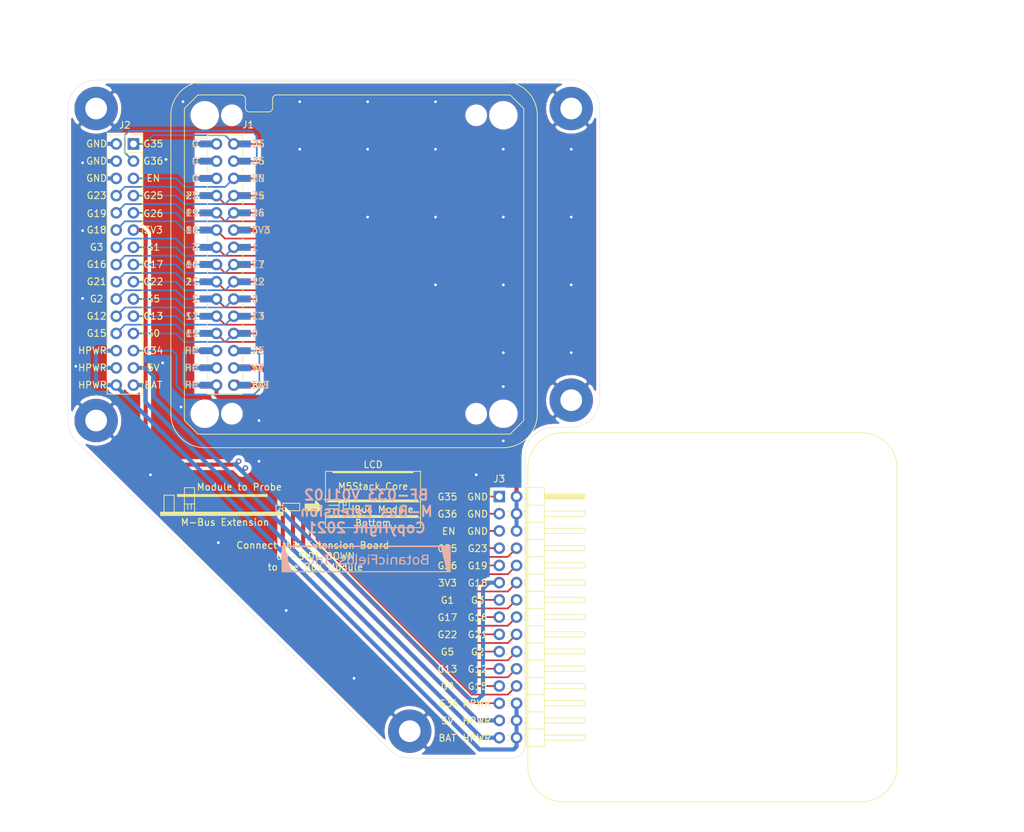
<source format=kicad_pcb>
(kicad_pcb (version 20171130) (host pcbnew "(5.1.10)-1")
  (title_block (title BF-033) (date 2021-07-13) (rev V01L02) (company "Copyright 2021 BotanicFields, Inc.") (comment 1 "M-Bus Extension"))
  (layers (0 F.Cu signal) (31 B.Cu signal) (34 B.Paste user) (35 F.Paste user) (36 B.SilkS user) (37 F.SilkS user) (38 B.Mask user) (39 F.Mask user) (44 Edge.Cuts user))
  (net 0 "")
  (net 1 +BATT)
  (net 2 VBUS)
  (net 3 +5V)
  (net 4 /GPIO34)
  (net 5 /GPIO0)
  (net 6 /GPIO15)
  (net 7 /GPIO13)
  (net 8 /GPIO12)
  (net 9 /GPIO5)
  (net 10 /GPIO2)
  (net 11 /GPIO22)
  (net 12 /GPIO21)
  (net 13 /GPIO17)
  (net 14 /GPIO16)
  (net 15 /GPIO1)
  (net 16 /GPIO3)
  (net 17 +3V3)
  (net 18 /GPIO18)
  (net 19 /GPIO26)
  (net 20 /GPIO19)
  (net 21 /GPIO25)
  (net 22 /GPIO23)
  (net 23 /EN)
  (net 24 GND)
  (net 25 /GPIO36)
  (net 26 /GPIO35)
  (module MountingHole:MountingHole_3.2mm_M3_Pad (layer F.Cu) (at 157 95)
    (fp_text reference REF** hide)
    (fp_text value MountingHole_3.2mm_M3_Pad)
    (pad 1 thru_hole circle (at 0 0) (size 6.4 6.4) (drill 3.2) (layers *.Cu *.Mask) (net 24 GND))
  )
  (module MountingHole:MountingHole_3.2mm_M3_Pad (layer F.Cu) (at 157 52)
    (fp_text reference REF** hide)
    (fp_text value MountingHole_3.2mm_M3_Pad)
    (pad 1 thru_hole circle (at 0 0) (size 6.4 6.4) (drill 3.2) (layers *.Cu *.Mask) (net 24 GND))
  )
  (module MountingHole:MountingHole_3.2mm_M3_Pad (layer F.Cu) (at 133.2 143.8)
    (fp_text reference REF** hide)
    (fp_text value MountingHole_3.2mm_M3_Pad)
    (pad 1 thru_hole circle (at 0 0) (size 6.4 6.4) (drill 3.2) (layers *.Cu *.Mask) (net 24 GND))
  )
  (module MountingHole:MountingHole_3.2mm_M3_Pad (layer F.Cu) (at 87 98)
    (fp_text reference REF** hide)
    (fp_text value MountingHole_3.2mm_M3_Pad)
    (pad 1 thru_hole circle (at 0 0) (size 6.4 6.4) (drill 3.2) (layers *.Cu *.Mask) (net 24 GND))
  )
  (module MountingHole:MountingHole_3.2mm_M3_Pad (layer F.Cu) (at 87 52)
    (fp_text reference REF** hide)
    (fp_text value MountingHole_3.2mm_M3_Pad)
    (pad 1 thru_hole circle (at 0 0) (size 6.4 6.4) (drill 3.2) (layers *.Cu *.Mask) (net 24 GND))
  )
  (module bf:BF@logo4 (layer B.Cu) (at 126.8 118.4 180)
    (fp_text reference G*** hide)
    (fp_text value LOGO hide)
  )
  (module Connector_PinHeader_2.54mm:PinHeader_2x15_P2.54mm_Horizontal (layer F.Cu) (at 146.4 109.2)
    (fp_text reference J3 (at 0 -2.6 180) (layer F.SilkS))
    (fp_text value M-BUS)
    (pad 1 thru_hole rect (at 0 0) (size 1.7 1.7) (drill 1) (layers *.Cu *.Mask) (net 26 /GPIO35))
    (pad 2 thru_hole oval (at 2.54 0) (size 1.7 1.7) (drill 1) (layers *.Cu *.Mask) (net 24 GND))
    (pad 3 thru_hole oval (at 0 2.54) (size 1.7 1.7) (drill 1) (layers *.Cu *.Mask) (net 25 /GPIO36))
    (pad 4 thru_hole oval (at 2.54 2.54) (size 1.7 1.7) (drill 1) (layers *.Cu *.Mask) (net 24 GND))
    (pad 5 thru_hole oval (at 0 5.08) (size 1.7 1.7) (drill 1) (layers *.Cu *.Mask) (net 23 /EN))
    (pad 6 thru_hole oval (at 2.54 5.08) (size 1.7 1.7) (drill 1) (layers *.Cu *.Mask) (net 24 GND))
    (pad 7 thru_hole oval (at 0 7.62) (size 1.7 1.7) (drill 1) (layers *.Cu *.Mask) (net 21 /GPIO25))
    (pad 8 thru_hole oval (at 2.54 7.62) (size 1.7 1.7) (drill 1) (layers *.Cu *.Mask) (net 22 /GPIO23))
    (pad 9 thru_hole oval (at 0 10.16) (size 1.7 1.7) (drill 1) (layers *.Cu *.Mask) (net 19 /GPIO26))
    (pad 10 thru_hole oval (at 2.54 10.16) (size 1.7 1.7) (drill 1) (layers *.Cu *.Mask) (net 20 /GPIO19))
    (pad 11 thru_hole oval (at 0 12.7) (size 1.7 1.7) (drill 1) (layers *.Cu *.Mask) (net 17 +3V3))
    (pad 12 thru_hole oval (at 2.54 12.7) (size 1.7 1.7) (drill 1) (layers *.Cu *.Mask) (net 18 /GPIO18))
    (pad 13 thru_hole oval (at 0 15.24) (size 1.7 1.7) (drill 1) (layers *.Cu *.Mask) (net 15 /GPIO1))
    (pad 14 thru_hole oval (at 2.54 15.24) (size 1.7 1.7) (drill 1) (layers *.Cu *.Mask) (net 16 /GPIO3))
    (pad 15 thru_hole oval (at 0 17.78) (size 1.7 1.7) (drill 1) (layers *.Cu *.Mask) (net 13 /GPIO17))
    (pad 16 thru_hole oval (at 2.54 17.78) (size 1.7 1.7) (drill 1) (layers *.Cu *.Mask) (net 14 /GPIO16))
    (pad 17 thru_hole oval (at 0 20.32) (size 1.7 1.7) (drill 1) (layers *.Cu *.Mask) (net 11 /GPIO22))
    (pad 18 thru_hole oval (at 2.54 20.32) (size 1.7 1.7) (drill 1) (layers *.Cu *.Mask) (net 12 /GPIO21))
    (pad 19 thru_hole oval (at 0 22.86) (size 1.7 1.7) (drill 1) (layers *.Cu *.Mask) (net 9 /GPIO5))
    (pad 20 thru_hole oval (at 2.54 22.86) (size 1.7 1.7) (drill 1) (layers *.Cu *.Mask) (net 10 /GPIO2))
    (pad 21 thru_hole oval (at 0 25.4) (size 1.7 1.7) (drill 1) (layers *.Cu *.Mask) (net 7 /GPIO13))
    (pad 22 thru_hole oval (at 2.54 25.4) (size 1.7 1.7) (drill 1) (layers *.Cu *.Mask) (net 8 /GPIO12))
    (pad 23 thru_hole oval (at 0 27.94) (size 1.7 1.7) (drill 1) (layers *.Cu *.Mask) (net 5 /GPIO0))
    (pad 24 thru_hole oval (at 2.54 27.94) (size 1.7 1.7) (drill 1) (layers *.Cu *.Mask) (net 6 /GPIO15))
    (pad 25 thru_hole oval (at 0 30.48) (size 1.7 1.7) (drill 1) (layers *.Cu *.Mask) (net 4 /GPIO34))
    (pad 26 thru_hole oval (at 2.54 30.48) (size 1.7 1.7) (drill 1) (layers *.Cu *.Mask) (net 2 VBUS))
    (pad 27 thru_hole oval (at 0 33.02) (size 1.7 1.7) (drill 1) (layers *.Cu *.Mask) (net 3 +5V))
    (pad 28 thru_hole oval (at 2.54 33.02) (size 1.7 1.7) (drill 1) (layers *.Cu *.Mask) (net 2 VBUS))
    (pad 29 thru_hole oval (at 0 35.56) (size 1.7 1.7) (drill 1) (layers *.Cu *.Mask) (net 1 +BATT))
    (pad 30 thru_hole oval (at 2.54 35.56) (size 1.7 1.7) (drill 1) (layers *.Cu *.Mask) (net 2 VBUS))
  )
  (module "" (layer F.Cu) (at 120.5 64)
    (fp_text reference "" (at 103 53) (layer F.SilkS) (effects (font (size 1.27 1.27))))
    (fp_text value "" (at 103 53) (layer F.SilkS) (effects (font (size 1.27 1.27))))
  )
  (module bf:BF@MountingHole_3.2mm_M3 (layer F.Cu) (at 103 53)
    (fp_text reference H1 hide)
    (fp_text value MountingHole hide)
    (pad "" np_thru_hole circle (at 0 0) (size 3.2 3.2) (drill 3.2) (layers *.Cu *.Mask))
  )
  (module bf:BF@MountingHole_3.2mm_M3 (layer F.Cu) (at 147 53)
    (fp_text reference H2 hide)
    (fp_text value MountingHole hide)
    (pad "" np_thru_hole circle (at 0 0) (size 3.2 3.2) (drill 3.2) (layers *.Cu *.Mask))
  )
  (module bf:BF@MountingHole_3.2mm_M3 (layer F.Cu) (at 147 97)
    (fp_text reference H3 hide)
    (fp_text value MountingHole hide)
    (pad "" np_thru_hole circle (at 0 0) (size 3.2 3.2) (drill 3.2) (layers *.Cu *.Mask))
  )
  (module bf:BF@MountingHole_3.2mm_M3 (layer F.Cu) (at 103 97)
    (fp_text reference H4 hide)
    (fp_text value MountingHole hide)
    (pad "" np_thru_hole circle (at 0 0) (size 3.2 3.2) (drill 3.2) (layers *.Cu *.Mask))
  )
  (module bf:BF@MountingHole_2.2mm_M2 (layer F.Cu) (at 107 53)
    (fp_text reference H5 hide)
    (fp_text value MountingHole hide)
    (pad "" np_thru_hole circle (at 0 0) (size 2.2 2.2) (drill 2.2) (layers *.Cu *.Mask))
  )
  (module bf:BF@MountingHole_2.2mm_M2 (layer F.Cu) (at 143 53)
    (fp_text reference H6 hide)
    (fp_text value MountingHole hide)
    (pad "" np_thru_hole circle (at 0 0) (size 2.2 2.2) (drill 2.2) (layers *.Cu *.Mask))
  )
  (module bf:BF@MountingHole_2.2mm_M2 (layer F.Cu) (at 143 97)
    (fp_text reference H7 hide)
    (fp_text value MountingHole hide)
    (pad "" np_thru_hole circle (at 0 0) (size 2.2 2.2) (drill 2.2) (layers *.Cu *.Mask))
  )
  (module bf:BF@MountingHole_2.2mm_M2 (layer F.Cu) (at 107 97)
    (fp_text reference H8 hide)
    (fp_text value MountingHole hide)
    (pad "" np_thru_hole circle (at 0 0) (size 2.2 2.2) (drill 2.2) (layers *.Cu *.Mask))
  )
  (module bf:BF@M5Stack_MBUS (layer F.Cu) (at 106 75)
    (fp_text reference J1 (at 3.4 -20.6) (layer F.SilkS))
    (fp_text value M-BUS)
    (fp_text user HP (at -3.81 12.7 180) (layer B.SilkS) (effects (justify left mirror)))
    (fp_text user 12 (at -3.81 7.62 180) (layer B.SilkS) (effects (justify left mirror)))
    (fp_text user 15 (at -3.81 10.16 180) (layer B.SilkS) (effects (justify left mirror)))
    (fp_text user 2 (at -3.81 5.08 180) (layer B.SilkS) (effects (justify left mirror)))
    (fp_text user 21 (at -3.81 2.54 180) (layer B.SilkS) (effects (justify left mirror)))
    (fp_text user 3 (at -3.81 -2.54 180) (layer B.SilkS) (effects (justify left mirror)))
    (fp_text user 16 (at -3.81 0 180) (layer B.SilkS) (effects (justify left mirror)))
    (fp_text user 23 (at -3.81 -10.16 180) (layer B.SilkS) (effects (justify left mirror)))
    (fp_text user G (at -3.81 -15.24 180) (layer B.SilkS) (effects (justify left mirror)))
    (fp_text user 18 (at -3.81 -5.08 180) (layer B.SilkS) (effects (justify left mirror)))
    (fp_text user 19 (at -3.81 -7.62 180) (layer B.SilkS) (effects (justify left mirror)))
    (fp_text user G (at -3.81 -12.7 180) (layer B.SilkS) (effects (justify left mirror)))
    (fp_text user HP (at -3.81 17.78 180) (layer B.SilkS) (effects (justify left mirror)))
    (fp_text user HP (at -3.81 15.24 180) (layer B.SilkS) (effects (justify left mirror)))
    (fp_text user G (at -3.81 -17.78 180) (layer B.SilkS) (effects (justify left mirror)))
    (fp_text user 35 (at 3.81 -17.78 180) (layer B.SilkS) (effects (justify right mirror)))
    (fp_text user 36 (at 3.81 -15.24 180) (layer B.SilkS) (effects (justify right mirror)))
    (fp_text user EN (at 3.81 -12.7 180) (layer B.SilkS) (effects (justify right mirror)))
    (fp_text user 25 (at 3.81 -10.16 180) (layer B.SilkS) (effects (justify right mirror)))
    (fp_text user 26 (at 3.81 -7.62 180) (layer B.SilkS) (effects (justify right mirror)))
    (fp_text user 3V3 (at 3.81 -5.08 180) (layer B.SilkS) (effects (justify right mirror)))
    (fp_text user 1 (at 3.81 -2.54 180) (layer B.SilkS) (effects (justify right mirror)))
    (fp_text user 17 (at 3.81 0 180) (layer B.SilkS) (effects (justify right mirror)))
    (fp_text user 22 (at 3.81 2.54 180) (layer B.SilkS) (effects (justify right mirror)))
    (fp_text user 5 (at 3.81 5.08 180) (layer B.SilkS) (effects (justify right mirror)))
    (fp_text user 13 (at 3.81 7.62 180) (layer B.SilkS) (effects (justify right mirror)))
    (fp_text user 0 (at 3.81 10.16 180) (layer B.SilkS) (effects (justify right mirror)))
    (fp_text user 34 (at 3.81 12.7 180) (layer B.SilkS) (effects (justify right mirror)))
    (fp_text user 5V (at 3.81 15.24 180) (layer B.SilkS) (effects (justify right mirror)))
    (fp_text user BAT (at 3.81 17.78 180) (layer B.SilkS) (effects (justify right mirror)))
    (fp_text user 35 (at 3.81 -17.78) (layer F.SilkS) (effects (justify left)))
    (fp_text user 36 (at 3.81 -15.24) (layer F.SilkS) (effects (justify left)))
    (fp_text user EN (at 3.81 -12.7) (layer F.SilkS) (effects (justify left)))
    (fp_text user 25 (at 3.81 -10.16) (layer F.SilkS) (effects (justify left)))
    (fp_text user 26 (at 3.81 -7.62) (layer F.SilkS) (effects (justify left)))
    (fp_text user 3V3 (at 3.81 -5.08) (layer F.SilkS) (effects (justify left)))
    (fp_text user 1 (at 3.81 -2.54) (layer F.SilkS) (effects (justify left)))
    (fp_text user 17 (at 3.81 0) (layer F.SilkS) (effects (justify left)))
    (fp_text user 22 (at 3.81 2.54) (layer F.SilkS) (effects (justify left)))
    (fp_text user 5 (at 3.81 5.08) (layer F.SilkS) (effects (justify left)))
    (fp_text user 13 (at 3.81 7.62) (layer F.SilkS) (effects (justify left)))
    (fp_text user 0 (at 3.81 10.16) (layer F.SilkS) (effects (justify left)))
    (fp_text user 34 (at 3.81 12.7) (layer F.SilkS) (effects (justify left)))
    (fp_text user 5V (at 3.81 15.24) (layer F.SilkS) (effects (justify left)))
    (fp_text user BAT (at 3.81 17.78) (layer F.SilkS) (effects (justify left)))
    (fp_text user HP (at -3.81 17.78) (layer F.SilkS) (effects (justify right)))
    (fp_text user HP (at -3.81 15.24) (layer F.SilkS) (effects (justify right)))
    (fp_text user HP (at -3.81 12.7) (layer F.SilkS) (effects (justify right)))
    (fp_text user 15 (at -3.81 10.16) (layer F.SilkS) (effects (justify right)))
    (fp_text user 12 (at -3.81 7.62) (layer F.SilkS) (effects (justify right)))
    (fp_text user 2 (at -3.81 5.08) (layer F.SilkS) (effects (justify right)))
    (fp_text user 21 (at -3.81 2.54) (layer F.SilkS) (effects (justify right)))
    (fp_text user 16 (at -3.81 0) (layer F.SilkS) (effects (justify right)))
    (fp_text user 3 (at -3.81 -2.54) (layer F.SilkS) (effects (justify right)))
    (fp_text user 18 (at -3.81 -5.08) (layer F.SilkS) (effects (justify right)))
    (fp_text user 19 (at -3.81 -7.62) (layer F.SilkS) (effects (justify right)))
    (fp_text user 23 (at -3.81 -10.16) (layer F.SilkS) (effects (justify right)))
    (fp_text user G (at -3.81 -12.7) (layer F.SilkS) (effects (justify right)))
    (fp_text user G (at -3.81 -15.24) (layer F.SilkS) (effects (justify right)))
    (fp_text user G (at -3.81 -17.78) (layer F.SilkS) (effects (justify right)))
    (pad 30 thru_hole circle (at -1.27 17.78) (size 1.7 1.7) (drill 1) (layers *.Cu *.Mask) (net 2 VBUS))
    (pad 30 smd custom (at -1.27 17.78) (size 1 1) (layers B.Cu B.Mask) (net 2 VBUS) (options (clearance outline) (anchor rect)) (primitives (gr_poly (pts (xy 0.5 0.5) (xy 0.5 -0.5) (xy -2.5 -0.5) (xy -2.5 0.5)) (width 0))))
    (pad 30 smd custom (at -1.27 17.78) (size 1 1) (layers F.Cu F.Mask) (net 2 VBUS) (options (clearance outline) (anchor rect)) (primitives (gr_poly (pts (xy 0.5 0.5) (xy 0.5 -0.5) (xy -2.5 -0.5) (xy -2.5 0.5)) (width 0))))
    (pad 28 thru_hole circle (at -1.27 15.24) (size 1.7 1.7) (drill 1) (layers *.Cu *.Mask) (net 2 VBUS))
    (pad 28 smd custom (at -1.27 15.24) (size 1 1) (layers B.Cu B.Mask) (net 2 VBUS) (options (clearance outline) (anchor rect)) (primitives (gr_poly (pts (xy 0.5 0.5) (xy 0.5 -0.5) (xy -2.5 -0.5) (xy -2.5 0.5)) (width 0))))
    (pad 28 smd custom (at -1.27 15.24) (size 1 1) (layers F.Cu F.Mask) (net 2 VBUS) (options (clearance outline) (anchor rect)) (primitives (gr_poly (pts (xy 0.5 0.5) (xy 0.5 -0.5) (xy -2.5 -0.5) (xy -2.5 0.5)) (width 0))))
    (pad 26 smd custom (at -1.27 12.7) (size 1 1) (layers B.Cu B.Mask) (net 2 VBUS) (options (clearance outline) (anchor rect)) (primitives (gr_poly (pts (xy 0.5 0.5) (xy 0.5 -0.5) (xy -2.5 -0.5) (xy -2.5 0.5)) (width 0))))
    (pad 26 thru_hole circle (at -1.27 12.7) (size 1.7 1.7) (drill 1) (layers *.Cu *.Mask) (net 2 VBUS))
    (pad 26 smd custom (at -1.27 12.7) (size 1 1) (layers F.Cu F.Mask) (net 2 VBUS) (options (clearance outline) (anchor rect)) (primitives (gr_poly (pts (xy 0.5 0.5) (xy 0.5 -0.5) (xy -2.5 -0.5) (xy -2.5 0.5)) (width 0))))
    (pad 24 thru_hole circle (at -1.27 10.16) (size 1.7 1.7) (drill 1) (layers *.Cu *.Mask) (net 6 /GPIO15))
    (pad 24 smd custom (at -1.27 10.16) (size 1 1) (layers B.Cu B.Mask) (net 6 /GPIO15) (options (clearance outline) (anchor rect)) (primitives (gr_poly (pts (xy 0.5 0.5) (xy 0.5 -0.5) (xy -2.5 -0.5) (xy -2.5 0.5)) (width 0))))
    (pad 24 smd custom (at -1.27 10.16) (size 1 1) (layers F.Cu F.Mask) (net 6 /GPIO15) (options (clearance outline) (anchor rect)) (primitives (gr_poly (pts (xy 0.5 0.5) (xy 0.5 -0.5) (xy -2.5 -0.5) (xy -2.5 0.5)) (width 0))))
    (pad 22 smd custom (at -1.27 7.62) (size 1 1) (layers B.Cu B.Mask) (net 8 /GPIO12) (options (clearance outline) (anchor rect)) (primitives (gr_poly (pts (xy 0.5 0.5) (xy 0.5 -0.5) (xy -2.5 -0.5) (xy -2.5 0.5)) (width 0))))
    (pad 22 thru_hole circle (at -1.27 7.62) (size 1.7 1.7) (drill 1) (layers *.Cu *.Mask) (net 8 /GPIO12))
    (pad 22 smd custom (at -1.27 7.62) (size 1 1) (layers F.Cu F.Mask) (net 8 /GPIO12) (options (clearance outline) (anchor rect)) (primitives (gr_poly (pts (xy 0.5 0.5) (xy 0.5 -0.5) (xy -2.5 -0.5) (xy -2.5 0.5)) (width 0))))
    (pad 20 thru_hole circle (at -1.27 5.08) (size 1.7 1.7) (drill 1) (layers *.Cu *.Mask) (net 10 /GPIO2))
    (pad 20 smd custom (at -1.27 5.08) (size 1 1) (layers F.Cu F.Mask) (net 10 /GPIO2) (options (clearance outline) (anchor rect)) (primitives (gr_poly (pts (xy 0.5 0.5) (xy 0.5 -0.5) (xy -2.5 -0.5) (xy -2.5 0.5)) (width 0))))
    (pad 20 smd custom (at -1.27 5.08) (size 1 1) (layers B.Cu B.Mask) (net 10 /GPIO2) (options (clearance outline) (anchor rect)) (primitives (gr_poly (pts (xy 0.5 0.5) (xy 0.5 -0.5) (xy -2.5 -0.5) (xy -2.5 0.5)) (width 0))))
    (pad 18 smd custom (at -1.27 2.54) (size 1 1) (layers B.Cu B.Mask) (net 12 /GPIO21) (options (clearance outline) (anchor rect)) (primitives (gr_poly (pts (xy 0.5 0.5) (xy 0.5 -0.5) (xy -2.5 -0.5) (xy -2.5 0.5)) (width 0))))
    (pad 18 thru_hole circle (at -1.27 2.54) (size 1.7 1.7) (drill 1) (layers *.Cu *.Mask) (net 12 /GPIO21))
    (pad 18 smd custom (at -1.27 2.54) (size 1 1) (layers F.Cu F.Mask) (net 12 /GPIO21) (options (clearance outline) (anchor rect)) (primitives (gr_poly (pts (xy 0.5 0.5) (xy 0.5 -0.5) (xy -2.5 -0.5) (xy -2.5 0.5)) (width 0))))
    (pad 16 smd custom (at -1.27 0) (size 1 1) (layers F.Cu F.Mask) (net 14 /GPIO16) (options (clearance outline) (anchor rect)) (primitives (gr_poly (pts (xy 0.5 0.5) (xy 0.5 -0.5) (xy -2.5 -0.5) (xy -2.5 0.5)) (width 0))))
    (pad 16 thru_hole circle (at -1.27 0) (size 1.7 1.7) (drill 1) (layers *.Cu *.Mask) (net 14 /GPIO16))
    (pad 16 smd custom (at -1.27 0) (size 1 1) (layers B.Cu B.Mask) (net 14 /GPIO16) (options (clearance outline) (anchor rect)) (primitives (gr_poly (pts (xy 0.5 0.5) (xy 0.5 -0.5) (xy -2.5 -0.5) (xy -2.5 0.5)) (width 0))))
    (pad 14 smd custom (at -1.27 -2.54) (size 1 1) (layers B.Cu B.Mask) (net 16 /GPIO3) (options (clearance outline) (anchor rect)) (primitives (gr_poly (pts (xy 0.5 0.5) (xy 0.5 -0.5) (xy -2.5 -0.5) (xy -2.5 0.5)) (width 0))))
    (pad 14 smd custom (at -1.27 -2.54) (size 1 1) (layers F.Cu F.Mask) (net 16 /GPIO3) (options (clearance outline) (anchor rect)) (primitives (gr_poly (pts (xy 0.5 0.5) (xy 0.5 -0.5) (xy -2.5 -0.5) (xy -2.5 0.5)) (width 0))))
    (pad 14 thru_hole circle (at -1.27 -2.54) (size 1.7 1.7) (drill 1) (layers *.Cu *.Mask) (net 16 /GPIO3))
    (pad 10 thru_hole circle (at -1.27 -7.62) (size 1.7 1.7) (drill 1) (layers *.Cu *.Mask) (net 20 /GPIO19))
    (pad 10 smd custom (at -1.27 -7.62) (size 1 1) (layers B.Cu B.Mask) (net 20 /GPIO19) (options (clearance outline) (anchor rect)) (primitives (gr_poly (pts (xy 0.5 0.5) (xy 0.5 -0.5) (xy -2.5 -0.5) (xy -2.5 0.5)) (width 0))))
    (pad 10 smd custom (at -1.27 -7.62) (size 1 1) (layers F.Cu F.Mask) (net 20 /GPIO19) (options (clearance outline) (anchor rect)) (primitives (gr_poly (pts (xy 0.5 0.5) (xy 0.5 -0.5) (xy -2.5 -0.5) (xy -2.5 0.5)) (width 0))))
    (pad 12 smd custom (at -1.27 -5.08) (size 1 1) (layers F.Cu F.Mask) (net 18 /GPIO18) (options (clearance outline) (anchor rect)) (primitives (gr_poly (pts (xy 0.5 0.5) (xy 0.5 -0.5) (xy -2.5 -0.5) (xy -2.5 0.5)) (width 0))))
    (pad 12 thru_hole circle (at -1.27 -5.08) (size 1.7 1.7) (drill 1) (layers *.Cu *.Mask) (net 18 /GPIO18))
    (pad 12 smd custom (at -1.27 -5.08) (size 1 1) (layers B.Cu B.Mask) (net 18 /GPIO18) (options (clearance outline) (anchor rect)) (primitives (gr_poly (pts (xy 0.5 0.5) (xy 0.5 -0.5) (xy -2.5 -0.5) (xy -2.5 0.5)) (width 0))))
    (pad 8 smd custom (at -1.27 -10.16) (size 1 1) (layers B.Cu B.Mask) (net 22 /GPIO23) (options (clearance outline) (anchor rect)) (primitives (gr_poly (pts (xy 0.5 0.5) (xy 0.5 -0.5) (xy -2.5 -0.5) (xy -2.5 0.5)) (width 0))))
    (pad 8 smd custom (at -1.27 -10.16) (size 1 1) (layers F.Cu F.Mask) (net 22 /GPIO23) (options (clearance outline) (anchor rect)) (primitives (gr_poly (pts (xy 0.5 0.5) (xy 0.5 -0.5) (xy -2.5 -0.5) (xy -2.5 0.5)) (width 0))))
    (pad 8 thru_hole circle (at -1.27 -10.16) (size 1.7 1.7) (drill 1) (layers *.Cu *.Mask) (net 22 /GPIO23))
    (pad 6 thru_hole circle (at -1.27 -12.7) (size 1.7 1.7) (drill 1) (layers *.Cu *.Mask) (net 24 GND))
    (pad 6 smd custom (at -1.27 -12.7) (size 1 1) (layers F.Cu F.Mask) (net 24 GND) (options (clearance outline) (anchor rect)) (primitives (gr_poly (pts (xy 0.5 0.5) (xy 0.5 -0.5) (xy -2.5 -0.5) (xy -2.5 0.5)) (width 0))))
    (pad 6 smd custom (at -1.27 -12.7) (size 1 1) (layers B.Cu B.Mask) (net 24 GND) (options (clearance outline) (anchor rect)) (primitives (gr_poly (pts (xy 0.5 0.5) (xy 0.5 -0.5) (xy -2.5 -0.5) (xy -2.5 0.5)) (width 0))))
    (pad 4 smd custom (at -1.27 -15.24) (size 1 1) (layers F.Cu F.Mask) (net 24 GND) (options (clearance outline) (anchor rect)) (primitives (gr_poly (pts (xy 0.5 0.5) (xy 0.5 -0.5) (xy -2.5 -0.5) (xy -2.5 0.5)) (width 0))))
    (pad 4 thru_hole circle (at -1.27 -15.24) (size 1.7 1.7) (drill 1) (layers *.Cu *.Mask) (net 24 GND))
    (pad 4 smd custom (at -1.27 -15.24) (size 1 1) (layers B.Cu B.Mask) (net 24 GND) (options (clearance outline) (anchor rect)) (primitives (gr_poly (pts (xy 0.5 0.5) (xy 0.5 -0.5) (xy -2.5 -0.5) (xy -2.5 0.5)) (width 0))))
    (pad 25 smd custom (at 1.27 12.7 180) (size 1 1) (layers B.Cu B.Mask) (net 4 /GPIO34) (options (clearance outline) (anchor rect)) (primitives (gr_poly (pts (xy 0.5 0.5) (xy 0.5 -0.5) (xy -2.5 -0.5) (xy -2.5 0.5)) (width 0))))
    (pad 25 smd custom (at 1.27 12.7 180) (size 1 1) (layers F.Cu F.Mask) (net 4 /GPIO34) (options (clearance outline) (anchor rect)) (primitives (gr_poly (pts (xy 0.5 0.5) (xy 0.5 -0.5) (xy -2.5 -0.5) (xy -2.5 0.5)) (width 0))))
    (pad 25 thru_hole circle (at 1.27 12.7 180) (size 1.7 1.7) (drill 1) (layers *.Cu *.Mask) (net 4 /GPIO34))
    (pad 23 thru_hole circle (at 1.27 10.16 180) (size 1.7 1.7) (drill 1) (layers *.Cu *.Mask) (net 5 /GPIO0))
    (pad 23 smd custom (at 1.27 10.16 180) (size 1 1) (layers F.Cu F.Mask) (net 5 /GPIO0) (options (clearance outline) (anchor rect)) (primitives (gr_poly (pts (xy 0.5 0.5) (xy 0.5 -0.5) (xy -2.5 -0.5) (xy -2.5 0.5)) (width 0))))
    (pad 23 smd custom (at 1.27 10.16 180) (size 1 1) (layers B.Cu B.Mask) (net 5 /GPIO0) (options (clearance outline) (anchor rect)) (primitives (gr_poly (pts (xy 0.5 0.5) (xy 0.5 -0.5) (xy -2.5 -0.5) (xy -2.5 0.5)) (width 0))))
    (pad 2 smd custom (at -1.27 -17.78) (size 1 1) (layers F.Cu F.Mask) (net 24 GND) (options (clearance outline) (anchor rect)) (primitives (gr_poly (pts (xy 0.5 0.5) (xy 0.5 -0.5) (xy -2.5 -0.5) (xy -2.5 0.5)) (width 0))))
    (pad 2 smd custom (at -1.27 -17.78) (size 1 1) (layers B.Cu B.Mask) (net 24 GND) (options (clearance outline) (anchor rect)) (primitives (gr_poly (pts (xy 0.5 0.5) (xy 0.5 -0.5) (xy -2.5 -0.5) (xy -2.5 0.5)) (width 0))))
    (pad 2 thru_hole circle (at -1.27 -17.78) (size 1.7 1.7) (drill 1) (layers *.Cu *.Mask) (net 24 GND))
    (pad 29 smd custom (at 1.27 17.78 180) (size 1 1) (layers F.Cu F.Mask) (net 1 +BATT) (options (clearance outline) (anchor rect)) (primitives (gr_poly (pts (xy 0.5 0.5) (xy 0.5 -0.5) (xy -2.5 -0.5) (xy -2.5 0.5)) (width 0))))
    (pad 29 thru_hole circle (at 1.27 17.78 180) (size 1.7 1.7) (drill 1) (layers *.Cu *.Mask) (net 1 +BATT))
    (pad 29 smd custom (at 1.27 17.78 180) (size 1 1) (layers B.Cu B.Mask) (net 1 +BATT) (options (clearance outline) (anchor rect)) (primitives (gr_poly (pts (xy 0.5 0.5) (xy 0.5 -0.5) (xy -2.5 -0.5) (xy -2.5 0.5)) (width 0))))
    (pad 27 smd custom (at 1.27 15.24 180) (size 1 1) (layers B.Cu B.Mask) (net 3 +5V) (options (clearance outline) (anchor rect)) (primitives (gr_poly (pts (xy 0.5 0.5) (xy 0.5 -0.5) (xy -2.5 -0.5) (xy -2.5 0.5)) (width 0))))
    (pad 27 thru_hole circle (at 1.27 15.24 180) (size 1.7 1.7) (drill 1) (layers *.Cu *.Mask) (net 3 +5V))
    (pad 27 smd custom (at 1.27 15.24 180) (size 1 1) (layers F.Cu F.Mask) (net 3 +5V) (options (clearance outline) (anchor rect)) (primitives (gr_poly (pts (xy 0.5 0.5) (xy 0.5 -0.5) (xy -2.5 -0.5) (xy -2.5 0.5)) (width 0))))
    (pad 17 smd custom (at 1.27 2.54 180) (size 1 1) (layers F.Cu F.Mask) (net 11 /GPIO22) (options (clearance outline) (anchor rect)) (primitives (gr_poly (pts (xy 0.5 0.5) (xy 0.5 -0.5) (xy -2.5 -0.5) (xy -2.5 0.5)) (width 0))))
    (pad 17 thru_hole circle (at 1.27 2.54 180) (size 1.7 1.7) (drill 1) (layers *.Cu *.Mask) (net 11 /GPIO22))
    (pad 17 smd custom (at 1.27 2.54 180) (size 1 1) (layers B.Cu B.Mask) (net 11 /GPIO22) (options (clearance outline) (anchor rect)) (primitives (gr_poly (pts (xy 0.5 0.5) (xy 0.5 -0.5) (xy -2.5 -0.5) (xy -2.5 0.5)) (width 0))))
    (pad 15 thru_hole circle (at 1.27 0 180) (size 1.7 1.7) (drill 1) (layers *.Cu *.Mask) (net 13 /GPIO17))
    (pad 15 smd custom (at 1.27 0 180) (size 1 1) (layers B.Cu B.Mask) (net 13 /GPIO17) (options (clearance outline) (anchor rect)) (primitives (gr_poly (pts (xy 0.5 0.5) (xy 0.5 -0.5) (xy -2.5 -0.5) (xy -2.5 0.5)) (width 0))))
    (pad 15 smd custom (at 1.27 0 180) (size 1 1) (layers F.Cu F.Mask) (net 13 /GPIO17) (options (clearance outline) (anchor rect)) (primitives (gr_poly (pts (xy 0.5 0.5) (xy 0.5 -0.5) (xy -2.5 -0.5) (xy -2.5 0.5)) (width 0))))
    (pad "" np_thru_hole circle (at 0 13.97 180) (size 0.8 0.8) (drill 0.8) (layers *.Cu *.Mask))
    (pad 1 smd custom (at 1.27 -17.78 180) (size 1 1) (layers F.Cu F.Mask) (net 26 /GPIO35) (options (clearance outline) (anchor rect)) (primitives (gr_poly (pts (xy 0.5 0.5) (xy 0.5 -0.5) (xy -2.5 -0.5) (xy -2.5 0.5)) (width 0))))
    (pad 1 smd custom (at 1.27 -17.78 180) (size 1 1) (layers B.Cu B.Mask) (net 26 /GPIO35) (options (clearance outline) (anchor rect)) (primitives (gr_poly (pts (xy 0.5 0.5) (xy 0.5 -0.5) (xy -2.5 -0.5) (xy -2.5 0.5)) (width 0))))
    (pad "" np_thru_hole circle (at 0 16.51 180) (size 1 1) (drill 1) (layers *.Cu *.Mask))
    (pad "" np_thru_hole circle (at 0 -13.97 180) (size 0.8 0.8) (drill 0.8) (layers *.Cu *.Mask))
    (pad 1 thru_hole circle (at 1.27 -17.78 180) (size 1.7 1.7) (drill 1) (layers *.Cu *.Mask) (net 26 /GPIO35))
    (pad "" np_thru_hole circle (at 0 -16.51 180) (size 1 1) (drill 1) (layers *.Cu *.Mask))
    (pad 3 thru_hole circle (at 1.27 -15.24 180) (size 1.7 1.7) (drill 1) (layers *.Cu *.Mask) (net 25 /GPIO36))
    (pad 3 smd custom (at 1.27 -15.24 180) (size 1 1) (layers B.Cu B.Mask) (net 25 /GPIO36) (options (clearance outline) (anchor rect)) (primitives (gr_poly (pts (xy 0.5 0.5) (xy 0.5 -0.5) (xy -2.5 -0.5) (xy -2.5 0.5)) (width 0))))
    (pad 3 smd custom (at 1.27 -15.24 180) (size 1 1) (layers F.Cu F.Mask) (net 25 /GPIO36) (options (clearance outline) (anchor rect)) (primitives (gr_poly (pts (xy 0.5 0.5) (xy 0.5 -0.5) (xy -2.5 -0.5) (xy -2.5 0.5)) (width 0))))
    (pad 21 thru_hole circle (at 1.27 7.62 180) (size 1.7 1.7) (drill 1) (layers *.Cu *.Mask) (net 7 /GPIO13))
    (pad 21 smd custom (at 1.27 7.62 180) (size 1 1) (layers B.Cu B.Mask) (net 7 /GPIO13) (options (clearance outline) (anchor rect)) (primitives (gr_poly (pts (xy 0.5 0.5) (xy 0.5 -0.5) (xy -2.5 -0.5) (xy -2.5 0.5)) (width 0))))
    (pad 21 smd custom (at 1.27 7.62 180) (size 1 1) (layers F.Cu F.Mask) (net 7 /GPIO13) (options (clearance outline) (anchor rect)) (primitives (gr_poly (pts (xy 0.5 0.5) (xy 0.5 -0.5) (xy -2.5 -0.5) (xy -2.5 0.5)) (width 0))))
    (pad 19 thru_hole circle (at 1.27 5.08 180) (size 1.7 1.7) (drill 1) (layers *.Cu *.Mask) (net 9 /GPIO5))
    (pad 19 smd custom (at 1.27 5.08 180) (size 1 1) (layers F.Cu F.Mask) (net 9 /GPIO5) (options (clearance outline) (anchor rect)) (primitives (gr_poly (pts (xy 0.5 0.5) (xy 0.5 -0.5) (xy -2.5 -0.5) (xy -2.5 0.5)) (width 0))))
    (pad 19 smd custom (at 1.27 5.08 180) (size 1 1) (layers B.Cu B.Mask) (net 9 /GPIO5) (options (clearance outline) (anchor rect)) (primitives (gr_poly (pts (xy 0.5 0.5) (xy 0.5 -0.5) (xy -2.5 -0.5) (xy -2.5 0.5)) (width 0))))
    (pad 13 smd custom (at 1.27 -2.54 180) (size 1 1) (layers F.Cu F.Mask) (net 15 /GPIO1) (options (clearance outline) (anchor rect)) (primitives (gr_poly (pts (xy 0.5 0.5) (xy 0.5 -0.5) (xy -2.5 -0.5) (xy -2.5 0.5)) (width 0))))
    (pad 13 smd custom (at 1.27 -2.54 180) (size 1 1) (layers B.Cu B.Mask) (net 15 /GPIO1) (options (clearance outline) (anchor rect)) (primitives (gr_poly (pts (xy 0.5 0.5) (xy 0.5 -0.5) (xy -2.5 -0.5) (xy -2.5 0.5)) (width 0))))
    (pad 13 thru_hole circle (at 1.27 -2.54 180) (size 1.7 1.7) (drill 1) (layers *.Cu *.Mask) (net 15 /GPIO1))
    (pad 11 smd custom (at 1.27 -5.08 180) (size 1 1) (layers F.Cu F.Mask) (net 17 +3V3) (options (clearance outline) (anchor rect)) (primitives (gr_poly (pts (xy 0.5 0.5) (xy 0.5 -0.5) (xy -2.5 -0.5) (xy -2.5 0.5)) (width 0))))
    (pad 11 thru_hole circle (at 1.27 -5.08 180) (size 1.7 1.7) (drill 1) (layers *.Cu *.Mask) (net 17 +3V3))
    (pad 11 smd custom (at 1.27 -5.08 180) (size 1 1) (layers B.Cu B.Mask) (net 17 +3V3) (options (clearance outline) (anchor rect)) (primitives (gr_poly (pts (xy 0.5 0.5) (xy 0.5 -0.5) (xy -2.5 -0.5) (xy -2.5 0.5)) (width 0))))
    (pad 9 thru_hole circle (at 1.27 -7.62 180) (size 1.7 1.7) (drill 1) (layers *.Cu *.Mask) (net 19 /GPIO26))
    (pad 9 smd custom (at 1.27 -7.62 180) (size 1 1) (layers B.Cu B.Mask) (net 19 /GPIO26) (options (clearance outline) (anchor rect)) (primitives (gr_poly (pts (xy 0.5 0.5) (xy 0.5 -0.5) (xy -2.5 -0.5) (xy -2.5 0.5)) (width 0))))
    (pad 9 smd custom (at 1.27 -7.62 180) (size 1 1) (layers F.Cu F.Mask) (net 19 /GPIO26) (options (clearance outline) (anchor rect)) (primitives (gr_poly (pts (xy 0.5 0.5) (xy 0.5 -0.5) (xy -2.5 -0.5) (xy -2.5 0.5)) (width 0))))
    (pad 7 thru_hole circle (at 1.27 -10.16 180) (size 1.7 1.7) (drill 1) (layers *.Cu *.Mask) (net 21 /GPIO25))
    (pad 7 smd custom (at 1.27 -10.16 180) (size 1 1) (layers F.Cu F.Mask) (net 21 /GPIO25) (options (clearance outline) (anchor rect)) (primitives (gr_poly (pts (xy 0.5 0.5) (xy 0.5 -0.5) (xy -2.5 -0.5) (xy -2.5 0.5)) (width 0))))
    (pad 7 smd custom (at 1.27 -10.16 180) (size 1 1) (layers B.Cu B.Mask) (net 21 /GPIO25) (options (clearance outline) (anchor rect)) (primitives (gr_poly (pts (xy 0.5 0.5) (xy 0.5 -0.5) (xy -2.5 -0.5) (xy -2.5 0.5)) (width 0))))
    (pad 5 thru_hole circle (at 1.27 -12.7 180) (size 1.7 1.7) (drill 1) (layers *.Cu *.Mask) (net 23 /EN))
    (pad 5 smd custom (at 1.27 -12.7 180) (size 1 1) (layers B.Cu B.Mask) (net 23 /EN) (options (clearance outline) (anchor rect)) (primitives (gr_poly (pts (xy 0.5 0.5) (xy 0.5 -0.5) (xy -2.5 -0.5) (xy -2.5 0.5)) (width 0))))
    (pad 5 smd custom (at 1.27 -12.7 180) (size 1 1) (layers F.Cu F.Mask) (net 23 /EN) (options (clearance outline) (anchor rect)) (primitives (gr_poly (pts (xy 0.5 0.5) (xy 0.5 -0.5) (xy -2.5 -0.5) (xy -2.5 0.5)) (width 0))))
  )
  (module Connector_PinSocket_2.54mm:PinSocket_2x15_P2.54mm_Vertical (layer F.Cu) (at 92.5 57.22)
    (fp_text reference J2 (at -1.27 -2.77) (layer F.SilkS))
    (fp_text value M-BUS)
    (pad 1 thru_hole rect (at 0 0) (size 1.7 1.7) (drill 1) (layers *.Cu *.Mask) (net 26 /GPIO35))
    (pad 2 thru_hole oval (at -2.54 0) (size 1.7 1.7) (drill 1) (layers *.Cu *.Mask) (net 24 GND))
    (pad 3 thru_hole oval (at 0 2.54) (size 1.7 1.7) (drill 1) (layers *.Cu *.Mask) (net 25 /GPIO36))
    (pad 4 thru_hole oval (at -2.54 2.54) (size 1.7 1.7) (drill 1) (layers *.Cu *.Mask) (net 24 GND))
    (pad 5 thru_hole oval (at 0 5.08) (size 1.7 1.7) (drill 1) (layers *.Cu *.Mask) (net 23 /EN))
    (pad 6 thru_hole oval (at -2.54 5.08) (size 1.7 1.7) (drill 1) (layers *.Cu *.Mask) (net 24 GND))
    (pad 7 thru_hole oval (at 0 7.62) (size 1.7 1.7) (drill 1) (layers *.Cu *.Mask) (net 21 /GPIO25))
    (pad 8 thru_hole oval (at -2.54 7.62) (size 1.7 1.7) (drill 1) (layers *.Cu *.Mask) (net 22 /GPIO23))
    (pad 9 thru_hole oval (at 0 10.16) (size 1.7 1.7) (drill 1) (layers *.Cu *.Mask) (net 19 /GPIO26))
    (pad 10 thru_hole oval (at -2.54 10.16) (size 1.7 1.7) (drill 1) (layers *.Cu *.Mask) (net 20 /GPIO19))
    (pad 11 thru_hole oval (at 0 12.7) (size 1.7 1.7) (drill 1) (layers *.Cu *.Mask) (net 17 +3V3))
    (pad 12 thru_hole oval (at -2.54 12.7) (size 1.7 1.7) (drill 1) (layers *.Cu *.Mask) (net 18 /GPIO18))
    (pad 13 thru_hole oval (at 0 15.24) (size 1.7 1.7) (drill 1) (layers *.Cu *.Mask) (net 15 /GPIO1))
    (pad 14 thru_hole oval (at -2.54 15.24) (size 1.7 1.7) (drill 1) (layers *.Cu *.Mask) (net 16 /GPIO3))
    (pad 15 thru_hole oval (at 0 17.78) (size 1.7 1.7) (drill 1) (layers *.Cu *.Mask) (net 13 /GPIO17))
    (pad 16 thru_hole oval (at -2.54 17.78) (size 1.7 1.7) (drill 1) (layers *.Cu *.Mask) (net 14 /GPIO16))
    (pad 17 thru_hole oval (at 0 20.32) (size 1.7 1.7) (drill 1) (layers *.Cu *.Mask) (net 11 /GPIO22))
    (pad 18 thru_hole oval (at -2.54 20.32) (size 1.7 1.7) (drill 1) (layers *.Cu *.Mask) (net 12 /GPIO21))
    (pad 19 thru_hole oval (at 0 22.86) (size 1.7 1.7) (drill 1) (layers *.Cu *.Mask) (net 9 /GPIO5))
    (pad 20 thru_hole oval (at -2.54 22.86) (size 1.7 1.7) (drill 1) (layers *.Cu *.Mask) (net 10 /GPIO2))
    (pad 21 thru_hole oval (at 0 25.4) (size 1.7 1.7) (drill 1) (layers *.Cu *.Mask) (net 7 /GPIO13))
    (pad 22 thru_hole oval (at -2.54 25.4) (size 1.7 1.7) (drill 1) (layers *.Cu *.Mask) (net 8 /GPIO12))
    (pad 23 thru_hole oval (at 0 27.94) (size 1.7 1.7) (drill 1) (layers *.Cu *.Mask) (net 5 /GPIO0))
    (pad 24 thru_hole oval (at -2.54 27.94) (size 1.7 1.7) (drill 1) (layers *.Cu *.Mask) (net 6 /GPIO15))
    (pad 25 thru_hole oval (at 0 30.48) (size 1.7 1.7) (drill 1) (layers *.Cu *.Mask) (net 4 /GPIO34))
    (pad 26 thru_hole oval (at -2.54 30.48) (size 1.7 1.7) (drill 1) (layers *.Cu *.Mask) (net 2 VBUS))
    (pad 27 thru_hole oval (at 0 33.02) (size 1.7 1.7) (drill 1) (layers *.Cu *.Mask) (net 3 +5V))
    (pad 28 thru_hole oval (at -2.54 33.02) (size 1.7 1.7) (drill 1) (layers *.Cu *.Mask) (net 2 VBUS))
    (pad 29 thru_hole oval (at 0 35.56) (size 1.7 1.7) (drill 1) (layers *.Cu *.Mask) (net 1 +BATT))
    (pad 30 thru_hole oval (at -2.54 35.56) (size 1.7 1.7) (drill 1) (layers *.Cu *.Mask) (net 2 VBUS))
  )
  (gr_line (start 121.2 112) (end 121.2 112.3) (layer F.SilkS) (width 0.12))
  (gr_line (start 121.2 109.7) (end 121.2 110) (layer F.SilkS) (width 0.12))
  (gr_line (start 134.4 112) (end 134.4 112.3) (layer F.SilkS) (width 0.12))
  (gr_line (start 134.4 109.7) (end 134.4 110) (layer F.SilkS) (width 0.12))
  (gr_line (start 114.5 111.9) (end 96.5 111.9) (layer F.SilkS) (width 0.12))
  (gr_line (start 114.5 111.8) (end 96.5 111.8) (layer F.SilkS) (width 0.12))
  (gr_line (start 114.5 111.7) (end 96.5 111.7) (layer F.SilkS) (width 0.12))
  (gr_line (start 114.5 111.6) (end 96.5 111.6) (layer F.SilkS) (width 0.12))
  (gr_line (start 112.2 109.1) (end 99 109.1) (layer F.SilkS) (width 0.12))
  (gr_line (start 112.2 109) (end 99 109) (layer F.SilkS) (width 0.12))
  (gr_line (start 112.2 108.9) (end 99 108.9) (layer F.SilkS) (width 0.12))
  (gr_line (start 122.8 110.1) (end 123.4 110.1) (layer F.SilkS) (width 0.12))
  (gr_line (start 134.8 112.3) (end 120.8 112.3) (layer F.SilkS) (width 0.12))
  (gr_line (start 134.4 112.2) (end 121.2 112.2) (layer F.SilkS) (width 0.12))
  (gr_line (start 134.4 112.1) (end 121.2 112.1) (layer F.SilkS) (width 0.12))
  (gr_line (start 120.8 110) (end 134.8 110) (layer F.SilkS) (width 0.12))
  (gr_line (start 121.2 109.9) (end 134.4 109.9) (layer F.SilkS) (width 0.12))
  (gr_line (start 121.2 109.8) (end 134.4 109.8) (layer F.SilkS) (width 0.12))
  (gr_line (start 121.2 109.7) (end 134.4 109.7) (layer F.SilkS) (width 0.12))
  (gr_line (start 133.7 105.6) (end 121.9 105.6) (layer F.SilkS) (width 0.12))
  (gr_line (start 121.9 105.7) (end 133.7 105.7) (layer F.SilkS) (width 0.12))
  (gr_line (start 119.3 111.6) (end 119.5 111.6) (layer F.SilkS) (width 0.12))
  (gr_line (start 119.3 111.4) (end 119.7 111.4) (layer F.SilkS) (width 0.12))
  (gr_line (start 117.8 111.2) (end 119.9 111.2) (layer F.SilkS) (width 0.12))
  (gr_line (start 117.8 111) (end 120.1 111) (layer F.SilkS) (width 0.12))
  (gr_line (start 117.8 110.8) (end 120.3 110.8) (layer F.SilkS) (width 0.12))
  (gr_line (start 117.8 110.6) (end 120.1 110.6) (layer F.SilkS) (width 0.12))
  (gr_line (start 119.3 110) (end 119.5 110) (layer F.SilkS) (width 0.12))
  (gr_line (start 119.3 110.2) (end 119.7 110.2) (layer F.SilkS) (width 0.12))
  (gr_line (start 117.8 110.4) (end 119.9 110.4) (layer F.SilkS) (width 0.12))
  (gr_line (start 119.3 111.5) (end 119.6 111.5) (layer F.SilkS) (width 0.12))
  (gr_line (start 119.3 111.3) (end 119.8 111.3) (layer F.SilkS) (width 0.12))
  (gr_line (start 119.3 110.1) (end 119.6 110.1) (layer F.SilkS) (width 0.12))
  (gr_line (start 119.3 110.3) (end 119.8 110.3) (layer F.SilkS) (width 0.12))
  (gr_line (start 117.8 111.1) (end 120 111.1) (layer F.SilkS) (width 0.12))
  (gr_line (start 117.8 110.9) (end 120.2 110.9) (layer F.SilkS) (width 0.12))
  (gr_line (start 117.8 110.7) (end 120.2 110.7) (layer F.SilkS) (width 0.12))
  (gr_line (start 117.8 110.5) (end 120 110.5) (layer F.SilkS) (width 0.12))
  (gr_text "Connect this Extension Board \nUP-SIDE DOWN\nto the Bus Module" (at 119.3 118) (layer F.SilkS) (effects (font (size 1 1))))
  (gr_line (start 98.5 109) (end 98.5 111.5) (layer F.SilkS) (width 0.12))
  (gr_line (start 97 109) (end 98.5 109) (layer F.SilkS) (width 0.12))
  (gr_line (start 97 111.5) (end 97 109) (layer F.SilkS) (width 0.12))
  (gr_text Bottom (at 127.8 113.1) (layer F.SilkS) (effects (font (size 1 1))))
  (gr_line (start 120.8 113.8) (end 120.8 111.6) (layer F.SilkS) (width 0.12))
  (gr_line (start 134.8 113.8) (end 134.8 112) (layer F.SilkS) (width 0.12))
  (gr_line (start 134.8 113.8) (end 120.8 113.8) (layer F.SilkS) (width 0.12))
  (gr_line (start 133.7 105.7) (end 133.7 105.5) (layer F.SilkS) (width 0.12))
  (gr_line (start 121.9 105.5) (end 121.9 105.7) (layer F.SilkS) (width 0.12))
  (gr_text LCD (at 127.8 104.5) (layer F.SilkS) (effects (font (size 1 1))))
  (gr_line (start 117.8 111.3) (end 117.8 110.3) (layer F.SilkS) (width 0.12))
  (gr_line (start 119.3 111.3) (end 117.8 111.3) (layer F.SilkS) (width 0.12))
  (gr_line (start 119.3 111.8) (end 119.3 111.3) (layer F.SilkS) (width 0.12))
  (gr_line (start 120.3 110.8) (end 119.3 111.8) (layer F.SilkS) (width 0.12))
  (gr_line (start 119.3 109.8) (end 120.3 110.8) (layer F.SilkS) (width 0.12))
  (gr_line (start 119.3 110.3) (end 119.3 109.8) (layer F.SilkS) (width 0.12))
  (gr_line (start 117.8 110.3) (end 119.3 110.3) (layer F.SilkS) (width 0.12))
  (gr_text "M-Bus Extension" (at 106 113) (layer F.SilkS) (effects (font (size 1 1))))
  (gr_text "Module to Probe" (at 108.1 107.8) (layer F.SilkS) (effects (font (size 1 1))))
  (gr_line (start 101.5 107.9) (end 101.5 108.9) (layer F.SilkS) (width 0.12))
  (gr_line (start 100 107.9) (end 101.5 107.9) (layer F.SilkS) (width 0.12))
  (gr_line (start 100 108.9) (end 100 107.9) (layer F.SilkS) (width 0.12))
  (gr_line (start 101 110.3) (end 101 111.1) (layer F.SilkS) (width 0.12))
  (gr_line (start 100.5 110.3) (end 100.5 111.1) (layer F.SilkS) (width 0.12))
  (gr_line (start 100 110.3) (end 101.5 110.3) (layer F.SilkS) (width 0.12))
  (gr_line (start 101.5 109.2) (end 101.5 111.5) (layer F.SilkS) (width 0.12))
  (gr_line (start 100 109.2) (end 100 111.5) (layer F.SilkS) (width 0.12))
  (gr_line (start 99 108.9) (end 99 109.2) (layer F.SilkS) (width 0.12))
  (gr_line (start 112.2 109.2) (end 112.2 108.9) (layer F.SilkS) (width 0.12))
  (gr_line (start 99 109.2) (end 112.2 109.2) (layer F.SilkS) (width 0.12))
  (gr_line (start 113.5 110.5) (end 113.5 111.5) (layer F.SilkS) (width 0.12))
  (gr_line (start 114.5 110.5) (end 113.5 110.5) (layer F.SilkS) (width 0.12))
  (gr_line (start 114 111) (end 114 111.5) (layer F.SilkS) (width 0.12))
  (gr_line (start 114.5 111) (end 114 111) (layer F.SilkS) (width 0.12))
  (gr_line (start 117 111.3) (end 117 110.2) (layer F.SilkS) (width 0.12))
  (gr_line (start 114.5 111.3) (end 117 111.3) (layer F.SilkS) (width 0.12))
  (gr_line (start 114.5 110.2) (end 114.5 111.3) (layer F.SilkS) (width 0.12))
  (gr_line (start 117 110.2) (end 114.5 110.2) (layer F.SilkS) (width 0.12))
  (gr_line (start 114.5 112) (end 114.5 111.5) (layer F.SilkS) (width 0.12))
  (gr_line (start 96.5 112) (end 114.5 112) (layer F.SilkS) (width 0.12))
  (gr_line (start 96.5 111.5) (end 96.5 112) (layer F.SilkS) (width 0.12))
  (gr_line (start 114.5 111.5) (end 96.5 111.5) (layer F.SilkS) (width 0.12))
  (gr_line (start 134.8 110) (end 134.8 112) (layer F.SilkS) (width 0.12))
  (gr_line (start 124.3 111) (end 124.3 110) (layer F.SilkS) (width 0.12))
  (gr_line (start 123.5 111) (end 124.3 111) (layer F.SilkS) (width 0.12))
  (gr_line (start 123.8 110.5) (end 123.8 110) (layer F.SilkS) (width 0.12))
  (gr_line (start 123.5 110.5) (end 123.8 110.5) (layer F.SilkS) (width 0.12))
  (gr_line (start 122.8 111) (end 121.3 111) (layer F.SilkS) (width 0.12))
  (gr_line (start 122.8 110.5) (end 121.3 110.5) (layer F.SilkS) (width 0.12))
  (gr_line (start 123.4 111.3) (end 123.4 110) (layer F.SilkS) (width 0.12))
  (gr_line (start 122.8 111.3) (end 123.4 111.3) (layer F.SilkS) (width 0.12))
  (gr_line (start 122.8 110) (end 122.8 111.3) (layer F.SilkS) (width 0.12))
  (gr_text "M5Stack Core" (at 127.8 107.7) (layer F.SilkS) (effects (font (size 1 1))))
  (gr_line (start 134.8 105.5) (end 134.8 109.5) (layer F.SilkS) (width 0.12))
  (gr_line (start 120.8 105.5) (end 134.8 105.5) (layer F.SilkS) (width 0.12))
  (gr_line (start 120.8 109.5) (end 120.8 105.5) (layer F.SilkS) (width 0.12))
  (gr_line (start 120.8 110) (end 120.8 109.5) (layer F.SilkS) (width 0.12))
  (gr_line (start 134.4 112) (end 121.2 112) (layer F.SilkS) (width 0.12))
  (gr_line (start 134.8 109.5) (end 134.8 110) (layer F.SilkS) (width 0.12))
  (gr_text "Bus Module" (at 129.4 111.1) (layer F.SilkS) (effects (font (size 1 1))))
  (gr_arc (start 133.2 143.8) (end 130.371573 146.628427) (angle -39.28940686) (layer Edge.Cuts) (width 0.05))
  (gr_arc (start 148.2 145.8) (end 148.2 147.8) (angle -90) (layer Edge.Cuts) (width 0.05))
  (gr_arc (start 154.4 103.2) (end 154.4 99) (angle -90) (layer Edge.Cuts) (width 0.05))
  (gr_arc (start 157 94.8) (end 157 99) (angle -90) (layer Edge.Cuts) (width 0.05))
  (gr_line (start 150.2 103.2) (end 150.2 145.8) (layer Edge.Cuts) (width 0.05))
  (gr_line (start 157 99) (end 154.4 99) (layer Edge.Cuts) (width 0.05))
  (gr_line (start 161.2 52) (end 161.2 94.8) (layer Edge.Cuts) (width 0.05))
  (gr_arc (start 87 98) (end 82.8 98) (angle -45) (layer Edge.Cuts) (width 0.05))
  (gr_arc (start 87 52) (end 87 47.8) (angle -90) (layer Edge.Cuts) (width 0.05))
  (gr_arc (start 147 53) (end 152 53) (angle -90) (layer F.SilkS) (width 0.12))
  (gr_arc (start 157 52) (end 161.2 52) (angle -90) (layer Edge.Cuts) (width 0.05))
  (gr_line (start 157 47.8) (end 87 47.8) (layer Edge.Cuts) (width 0.05))
  (gr_line (start 205 105) (end 205.003844 149.000001) (layer F.SilkS) (width 0.12))
  (gr_line (start 150.6 149) (end 150.6 105) (layer F.SilkS) (width 0.12))
  (gr_arc (start 155.8 105) (end 155.8 99.8) (angle -90) (layer F.SilkS) (width 0.12))
  (gr_arc (start 155.8 149) (end 150.6 149) (angle -90) (layer F.SilkS) (width 0.12))
  (gr_arc (start 199.8 149) (end 199.999999 154.199999) (angle -87.79740184) (layer F.SilkS) (width 0.12))
  (gr_arc (start 199.8 105) (end 205 105) (angle -90) (layer F.SilkS) (width 0.12))
  (gr_line (start 155.8 99.8) (end 199.8 99.8) (layer F.SilkS) (width 0.12))
  (gr_line (start 200 154.2) (end 155.8 154.2) (layer F.SilkS) (width 0.12))
  (gr_arc (start 103 97) (end 98 97) (angle -90) (layer F.SilkS) (width 0.12))
  (gr_arc (start 146.996156 96.999999) (end 147.2 102) (angle -87.6654017) (layer F.SilkS) (width 0.12))
  (gr_arc (start 103 53) (end 103 48) (angle -90) (layer F.SilkS) (width 0.12))
  (gr_line (start 98 97) (end 98 53) (layer F.SilkS) (width 0.12))
  (gr_line (start 147.2 102) (end 103 102) (layer F.SilkS) (width 0.12))
  (gr_line (start 152 53) (end 152.000311 97) (layer F.SilkS) (width 0.12))
  (gr_line (start 103 48) (end 147 48) (layer F.SilkS) (width 0.12))
  (gr_line (start 108.4 50) (end 102 50) (layer F.SilkS) (width 0.12))
  (gr_line (start 109 51.9) (end 109 50.6) (layer F.SilkS) (width 0.12))
  (gr_line (start 112.4 52.5) (end 109.6 52.5) (layer F.SilkS) (width 0.12))
  (gr_line (start 113 50.6) (end 113 51.9) (layer F.SilkS) (width 0.12))
  (gr_arc (start 113.6 50.6) (end 113.6 50) (angle -90) (layer F.SilkS) (width 0.12))
  (gr_arc (start 112.4 51.9) (end 112.4 52.5) (angle -90) (layer F.SilkS) (width 0.12))
  (gr_arc (start 109.6 51.9) (end 109 51.9) (angle -90) (layer F.SilkS) (width 0.12))
  (gr_arc (start 108.4 50.6) (end 109 50.6) (angle -90) (layer F.SilkS) (width 0.12))
  (gr_line (start 113.6 50) (end 148 50) (layer F.SilkS) (width 0.12))
  (gr_line (start 148 50) (end 150 52) (layer F.SilkS) (width 0.12))
  (gr_line (start 150 52) (end 150 98) (layer F.SilkS) (width 0.12))
  (gr_line (start 100 52) (end 102 50) (layer F.SilkS) (width 0.12))
  (gr_line (start 148 100) (end 150 98) (layer F.SilkS) (width 0.12))
  (gr_line (start 102 100) (end 148 100) (layer F.SilkS) (width 0.12))
  (gr_line (start 100 98) (end 102 100) (layer F.SilkS) (width 0.12))
  (gr_line (start 100 52) (end 100 98) (layer F.SilkS) (width 0.12))
  (gr_text "BF-033 V01L02\nM-Bus Extension\nCopyright 2021" (at 126.8 111.4) (layer B.SilkS) (effects (font (size 1.5 1.5) (thickness 0.3)) (justify mirror)))
  (gr_text G17 (at 138.76 127.03) (layer F.SilkS) (effects (font (size 1 1))))
  (gr_text G13 (at 138.76 134.65) (layer F.SilkS) (effects (font (size 1 1))))
  (gr_text G5 (at 138.76 132.11) (layer F.SilkS) (effects (font (size 1 1))))
  (gr_text 3V3 (at 138.76 121.95) (layer F.SilkS) (effects (font (size 1 1))))
  (gr_text G22 (at 138.76 129.57) (layer F.SilkS) (effects (font (size 1 1))))
  (gr_text G1 (at 138.76 124.49) (layer F.SilkS) (effects (font (size 1 1))))
  (gr_text G26 (at 138.76 119.41) (layer F.SilkS) (effects (font (size 1 1))))
  (gr_text G36 (at 138.76 111.79) (layer F.SilkS) (effects (font (size 1 1))))
  (gr_text BAT (at 138.76 144.81) (layer F.SilkS) (effects (font (size 1 1))))
  (gr_text G25 (at 138.76 116.87) (layer F.SilkS) (effects (font (size 1 1))))
  (gr_text G35 (at 138.76 109.25) (layer F.SilkS) (effects (font (size 1 1))))
  (gr_text G0 (at 138.76 137.19) (layer F.SilkS) (effects (font (size 1 1))))
  (gr_text EN (at 138.9505 114.33) (layer F.SilkS) (effects (font (size 1 1))))
  (gr_text 5V (at 138.76 142.27) (layer F.SilkS) (effects (font (size 1 1))))
  (gr_text G34 (at 138.9505 139.73) (layer F.SilkS) (effects (font (size 1 1))))
  (gr_text G18 (at 143.205 121.95) (layer F.SilkS) (effects (font (size 1 1))))
  (gr_text HPWR (at 143.086 144.81) (layer F.SilkS) (effects (font (size 1 1))))
  (gr_text GND (at 143.205 109.25) (layer F.SilkS) (effects (font (size 1 1))))
  (gr_text GND (at 143.205 111.79) (layer F.SilkS) (effects (font (size 1 1))))
  (gr_text G12 (at 143.205 134.65) (layer F.SilkS) (effects (font (size 1 1))))
  (gr_text G2 (at 143.205 132.11) (layer F.SilkS) (effects (font (size 1 1))))
  (gr_text G21 (at 143.205 129.57) (layer F.SilkS) (effects (font (size 1 1))))
  (gr_text G23 (at 143.205 116.87) (layer F.SilkS) (effects (font (size 1 1))))
  (gr_text G3 (at 143.205 124.49) (layer F.SilkS) (effects (font (size 1 1))))
  (gr_text G19 (at 143.205 119.41) (layer F.SilkS) (effects (font (size 1 1))))
  (gr_text G15 (at 143.205 137.19) (layer F.SilkS) (effects (font (size 1 1))))
  (gr_text GND (at 143.205 114.33) (layer F.SilkS) (effects (font (size 1 1))))
  (gr_text HPWR (at 143.086 139.73) (layer F.SilkS) (effects (font (size 1 1))))
  (gr_text HPWR (at 143.086 142.27) (layer F.SilkS) (effects (font (size 1 1))))
  (gr_text G16 (at 143.205 127.03) (layer F.SilkS) (effects (font (size 1 1))))
  (gr_text G16 (at 87.07 74.981) (layer F.SilkS) (effects (font (size 1 1))))
  (gr_text G12 (at 87.07 82.601) (layer F.SilkS) (effects (font (size 1 1))))
  (gr_text G2 (at 87.07 80.061) (layer F.SilkS) (effects (font (size 1 1))))
  (gr_text G18 (at 87.07 69.901) (layer F.SilkS) (effects (font (size 1 1))))
  (gr_text G21 (at 87.07 77.521) (layer F.SilkS) (effects (font (size 1 1))))
  (gr_text G3 (at 87.07 72.441) (layer F.SilkS) (effects (font (size 1 1))))
  (gr_text G19 (at 87.07 67.488) (layer F.SilkS) (effects (font (size 1 1))))
  (gr_text GND (at 87.07 59.741) (layer F.SilkS) (effects (font (size 1 1))))
  (gr_text HPWR (at 86.443 92.761) (layer F.SilkS) (effects (font (size 1 1))))
  (gr_text G23 (at 87.07 64.821) (layer F.SilkS) (effects (font (size 1 1))))
  (gr_text GND (at 87.07 57.201) (layer F.SilkS) (effects (font (size 1 1))))
  (gr_text G15 (at 87.07 85.141) (layer F.SilkS) (effects (font (size 1 1))))
  (gr_text GND (at 87.07 62.281) (layer F.SilkS) (effects (font (size 1 1))))
  (gr_text HPWR (at 86.443 90.221) (layer F.SilkS) (effects (font (size 1 1))))
  (gr_text HPWR (at 86.443 87.681) (layer F.SilkS) (effects (font (size 1 1))))
  (gr_text BAT (at 95.425 92.761) (layer F.SilkS) (effects (font (size 1 1))))
  (gr_text 5V (at 95.425 90.221) (layer F.SilkS) (effects (font (size 1 1))))
  (gr_text G34 (at 95.425 87.681) (layer F.SilkS) (effects (font (size 1 1))))
  (gr_text G0 (at 95.425 85.141) (layer F.SilkS) (effects (font (size 1 1))))
  (gr_text G13 (at 95.425 82.601) (layer F.SilkS) (effects (font (size 1 1))))
  (gr_text G5 (at 95.425 80.061) (layer F.SilkS) (effects (font (size 1 1))))
  (gr_text G22 (at 95.425 77.521) (layer F.SilkS) (effects (font (size 1 1))))
  (gr_text G17 (at 95.425 74.981) (layer F.SilkS) (effects (font (size 1 1))))
  (gr_text G1 (at 95.425 72.441) (layer F.SilkS) (effects (font (size 1 1))))
  (gr_text 3V3 (at 95.425 69.901) (layer F.SilkS) (effects (font (size 1 1))))
  (gr_text G26 (at 95.425 67.488) (layer F.SilkS) (effects (font (size 1 1))))
  (gr_text G25 (at 95.425 64.821) (layer F.SilkS) (effects (font (size 1 1))))
  (gr_text EN (at 95.425 62.281) (layer F.SilkS) (effects (font (size 1 1))))
  (gr_text G36 (at 95.425 59.741) (layer F.SilkS) (effects (font (size 1 1))))
  (gr_text G35 (at 95.425 57.201) (layer F.SilkS) (effects (font (size 1 1))))
  (gr_line (start 82.8 98) (end 82.8 52) (layer Edge.Cuts) (width 0.05))
  (gr_line (start 84.030152 100.969848) (end 130.371573 146.628427) (layer Edge.Cuts) (width 0.05))
  (gr_line (start 132.801985 147.780149) (end 148.2 147.8) (layer Edge.Cuts) (width 0.05))
  (segment (start 107.27 92.78) (end 111.449 92.78) (width 0.25) (layer F.Cu) (net 1))
  (segment (start 107.27 92.78) (end 107.77 92.28) (width 0.6) (layer F.Cu) (net 1))
  (segment (start 111.78 92.78) (end 107.27 92.78) (width 0.6) (layer F.Cu) (net 1))
  (segment (start 116 97) (end 111.78 92.78) (width 0.6) (layer F.Cu) (net 1))
  (segment (start 116 117) (end 116 97) (width 0.6) (layer F.Cu) (net 1))
  (segment (start 143.76 144.76) (end 116 117) (width 0.6) (layer F.Cu) (net 1))
  (segment (start 146.4 144.76) (end 143.76 144.76) (width 0.6) (layer F.Cu) (net 1))
  (segment (start 143.76 144.76) (end 146.4 144.76) (width 0.6) (layer B.Cu) (net 1))
  (segment (start 94.25 95.25) (end 143.76 144.76) (width 0.6) (layer B.Cu) (net 1))
  (segment (start 92.5 92.78) (end 93.78 92.78) (width 0.6) (layer B.Cu) (net 1))
  (segment (start 94.25 93.25) (end 94.25 95.25) (width 0.6) (layer B.Cu) (net 1))
  (segment (start 93.78 92.78) (end 94.25 93.25) (width 0.6) (layer B.Cu) (net 1))
  (segment (start 104.73 87.7) (end 100.3 87.7) (width 0.6) (layer B.Cu) (net 2))
  (segment (start 100.3 87.7) (end 100 88) (width 0.6) (layer B.Cu) (net 2))
  (segment (start 100.28 92.78) (end 104.73 92.78) (width 0.6) (layer B.Cu) (net 2))
  (segment (start 100 92.5) (end 100.28 92.78) (width 0.6) (layer B.Cu) (net 2))
  (segment (start 100.24 90.24) (end 100 90) (width 0.6) (layer B.Cu) (net 2))
  (segment (start 104.73 90.24) (end 100.24 90.24) (width 0.6) (layer B.Cu) (net 2))
  (segment (start 100 90) (end 100 92.5) (width 0.6) (layer B.Cu) (net 2))
  (segment (start 100 88) (end 100 90) (width 0.6) (layer B.Cu) (net 2))
  (segment (start 89.96 87.7) (end 87.3 87.7) (width 0.6) (layer B.Cu) (net 2))
  (segment (start 87.3 87.7) (end 87 88) (width 0.6) (layer B.Cu) (net 2))
  (segment (start 87.28 92.78) (end 89.96 92.78) (width 0.6) (layer B.Cu) (net 2))
  (segment (start 87 92.5) (end 87.28 92.78) (width 0.6) (layer B.Cu) (net 2))
  (segment (start 87.26 90.24) (end 87 90.5) (width 0.6) (layer B.Cu) (net 2))
  (segment (start 89.96 90.24) (end 87.26 90.24) (width 0.6) (layer B.Cu) (net 2))
  (segment (start 87 90.5) (end 87 92.5) (width 0.6) (layer B.Cu) (net 2))
  (segment (start 87 88) (end 87 90.5) (width 0.6) (layer B.Cu) (net 2))
  (segment (start 104.73 94.23) (end 104.73 92.78) (width 0.6) (layer F.Cu) (net 2))
  (segment (start 105 94.5) (end 104.73 94.23) (width 0.6) (layer F.Cu) (net 2))
  (segment (start 114.5 98) (end 111 94.5) (width 0.6) (layer F.Cu) (net 2))
  (segment (start 111 94.5) (end 105 94.5) (width 0.6) (layer F.Cu) (net 2))
  (segment (start 143.5 146.5) (end 114.5 117.5) (width 0.6) (layer F.Cu) (net 2))
  (segment (start 114.5 117.5) (end 114.5 98) (width 0.6) (layer F.Cu) (net 2))
  (segment (start 148.5 146.5) (end 143.5 146.5) (width 0.6) (layer F.Cu) (net 2))
  (segment (start 148.94 146.06) (end 148.5 146.5) (width 0.6) (layer F.Cu) (net 2))
  (segment (start 148.94 144.76) (end 148.94 146.06) (width 0.6) (layer F.Cu) (net 2))
  (segment (start 89.96 92.96) (end 89.96 92.78) (width 0.6) (layer B.Cu) (net 2))
  (segment (start 148.5 146.5) (end 143.5 146.5) (width 0.6) (layer B.Cu) (net 2))
  (segment (start 148.94 146.06) (end 148.5 146.5) (width 0.6) (layer B.Cu) (net 2))
  (segment (start 143.5 146.5) (end 89.96 92.96) (width 0.6) (layer B.Cu) (net 2))
  (segment (start 148.94 144.76) (end 148.94 146.06) (width 0.6) (layer B.Cu) (net 2))
  (segment (start 148.94 144.76) (end 148.94 142.22) (width 0.6) (layer B.Cu) (net 2))
  (segment (start 148.94 142.22) (end 148.94 139.68) (width 0.6) (layer B.Cu) (net 2))
  (segment (start 111.411 90.24) (end 107.27 90.24) (width 0.6) (layer F.Cu) (net 3))
  (segment (start 117.5 96.329) (end 111.411 90.24) (width 0.6) (layer F.Cu) (net 3))
  (segment (start 117.5 116.5) (end 117.5 96.329) (width 0.6) (layer F.Cu) (net 3))
  (segment (start 143.22 142.22) (end 117.5 116.5) (width 0.6) (layer F.Cu) (net 3))
  (segment (start 146.4 142.22) (end 143.22 142.22) (width 0.6) (layer F.Cu) (net 3))
  (segment (start 143.22 142.22) (end 146.4 142.22) (width 0.6) (layer B.Cu) (net 3))
  (segment (start 96.25 95.25) (end 143.22 142.22) (width 0.6) (layer B.Cu) (net 3))
  (segment (start 96 95) (end 96.25 95.25) (width 0.6) (layer B.Cu) (net 3))
  (segment (start 92.5 90.24) (end 94.24 90.24) (width 0.6) (layer B.Cu) (net 3))
  (segment (start 95.5 91.5) (end 95.5 94.5) (width 0.6) (layer B.Cu) (net 3))
  (segment (start 94.24 90.24) (end 95.5 91.5) (width 0.6) (layer B.Cu) (net 3))
  (segment (start 95.5 94.5) (end 96.25 95.25) (width 0.6) (layer B.Cu) (net 3))
  (segment (start 111.411 87.7) (end 107.27 87.7) (width 0.25) (layer F.Cu) (net 4))
  (segment (start 118.5 94.789) (end 111.411 87.7) (width 0.25) (layer F.Cu) (net 4))
  (segment (start 118.5 115.833) (end 118.5 94.789) (width 0.25) (layer F.Cu) (net 4))
  (segment (start 142.347 139.68) (end 118.5 115.833) (width 0.25) (layer F.Cu) (net 4))
  (segment (start 146.4 139.68) (end 142.347 139.68) (width 0.25) (layer F.Cu) (net 4))
  (segment (start 110.433 87.7) (end 107.27 87.7) (width 0.25) (layer B.Cu) (net 4))
  (segment (start 111.049 93.396) (end 111.049 88.316) (width 0.25) (layer B.Cu) (net 4))
  (segment (start 110.287 94.158) (end 111.049 93.396) (width 0.25) (layer B.Cu) (net 4))
  (segment (start 100.119 94.158) (end 110.287 94.158) (width 0.25) (layer B.Cu) (net 4))
  (segment (start 98.843 92.882) (end 100.119 94.158) (width 0.25) (layer B.Cu) (net 4))
  (segment (start 98.843 88.31) (end 98.843 92.882) (width 0.25) (layer B.Cu) (net 4))
  (segment (start 111.049 88.316) (end 110.433 87.7) (width 0.25) (layer B.Cu) (net 4))
  (segment (start 98.233 87.7) (end 98.843 88.31) (width 0.25) (layer B.Cu) (net 4))
  (segment (start 92.5 87.7) (end 98.233 87.7) (width 0.25) (layer B.Cu) (net 4))
  (segment (start 111.449 85.16) (end 107.27 85.16) (width 0.25) (layer F.Cu) (net 5))
  (segment (start 120.6075 94.3185) (end 111.449 85.16) (width 0.25) (layer F.Cu) (net 5))
  (segment (start 120.6075 115.4005) (end 120.6075 94.3185) (width 0.25) (layer F.Cu) (net 5))
  (segment (start 142.347 137.14) (end 120.6075 115.4005) (width 0.25) (layer F.Cu) (net 5))
  (segment (start 146.4 137.14) (end 142.347 137.14) (width 0.25) (layer F.Cu) (net 5))
  (segment (start 106.019 86.411) (end 107.27 85.16) (width 0.25) (layer B.Cu) (net 5))
  (segment (start 100 86.411) (end 106.019 86.411) (width 0.25) (layer B.Cu) (net 5))
  (segment (start 98.749 85.16) (end 100 86.411) (width 0.25) (layer B.Cu) (net 5))
  (segment (start 92.5 85.16) (end 98.749 85.16) (width 0.25) (layer B.Cu) (net 5))
  (segment (start 147.66 138.4) (end 142.35 138.4) (width 0.25) (layer F.Cu) (net 6))
  (segment (start 148.94 137.12) (end 147.66 138.4) (width 0.25) (layer F.Cu) (net 6))
  (segment (start 111.43 86.411) (end 105.981 86.411) (width 0.25) (layer F.Cu) (net 6))
  (segment (start 119.5 94.481) (end 111.43 86.411) (width 0.25) (layer F.Cu) (net 6))
  (segment (start 105.981 86.411) (end 104.73 85.16) (width 0.25) (layer F.Cu) (net 6))
  (segment (start 119.5 115.563) (end 119.5 94.481) (width 0.25) (layer F.Cu) (net 6))
  (segment (start 142.35 138.4) (end 119.5 115.563) (width 0.25) (layer F.Cu) (net 6))
  (segment (start 100.019 85.16) (end 104.73 85.16) (width 0.25) (layer B.Cu) (net 6))
  (segment (start 98.73 83.871) (end 100.019 85.16) (width 0.25) (layer B.Cu) (net 6))
  (segment (start 91.249 83.871) (end 98.73 83.871) (width 0.25) (layer B.Cu) (net 6))
  (segment (start 89.96 85.16) (end 91.249 83.871) (width 0.25) (layer B.Cu) (net 6))
  (segment (start 106.019 83.871) (end 107.27 82.62) (width 0.25) (layer B.Cu) (net 7))
  (segment (start 98.749 82.62) (end 100 83.871) (width 0.25) (layer B.Cu) (net 7))
  (segment (start 100 83.871) (end 106.019 83.871) (width 0.25) (layer B.Cu) (net 7))
  (segment (start 111.449 82.62) (end 107.27 82.62) (width 0.25) (layer F.Cu) (net 7))
  (segment (start 122.5 93.671) (end 111.449 82.62) (width 0.25) (layer F.Cu) (net 7))
  (segment (start 122.5 114.753) (end 122.5 93.671) (width 0.25) (layer F.Cu) (net 7))
  (segment (start 142.347 134.6) (end 122.5 114.753) (width 0.25) (layer F.Cu) (net 7))
  (segment (start 146.4 134.6) (end 142.347 134.6) (width 0.25) (layer F.Cu) (net 7))
  (segment (start 92.5 82.62) (end 94.18 82.62) (width 0.25) (layer B.Cu) (net 7))
  (segment (start 94.18 82.62) (end 98.749 82.62) (width 0.25) (layer B.Cu) (net 7))
  (segment (start 94 82.62) (end 94.18 82.62) (width 0.25) (layer B.Cu) (net 7))
  (segment (start 89.96 82.62) (end 91.249 81.331) (width 0.25) (layer B.Cu) (net 8))
  (segment (start 98.73 81.331) (end 100.019 82.62) (width 0.25) (layer B.Cu) (net 8))
  (segment (start 100.019 82.62) (end 104.73 82.62) (width 0.25) (layer B.Cu) (net 8))
  (segment (start 147.66 135.85) (end 142.35 135.85) (width 0.25) (layer F.Cu) (net 8))
  (segment (start 148.94 134.57) (end 147.66 135.85) (width 0.25) (layer F.Cu) (net 8))
  (segment (start 105.981 83.871) (end 104.73 82.62) (width 0.25) (layer F.Cu) (net 8))
  (segment (start 121.5 93.941) (end 111.43 83.871) (width 0.25) (layer F.Cu) (net 8))
  (segment (start 121.5 115.023) (end 121.5 93.941) (width 0.25) (layer F.Cu) (net 8))
  (segment (start 111.43 83.871) (end 105.981 83.871) (width 0.25) (layer F.Cu) (net 8))
  (segment (start 142.35 135.85) (end 121.5 115.023) (width 0.25) (layer F.Cu) (net 8))
  (segment (start 91.249 81.331) (end 92.931 81.331) (width 0.25) (layer B.Cu) (net 8))
  (segment (start 92.931 81.331) (end 98.73 81.331) (width 0.25) (layer B.Cu) (net 8))
  (segment (start 92.749 81.331) (end 92.931 81.331) (width 0.25) (layer B.Cu) (net 8))
  (segment (start 111.449 80.08) (end 107.27 80.08) (width 0.25) (layer F.Cu) (net 9))
  (segment (start 124.5 93.131) (end 111.449 80.08) (width 0.25) (layer F.Cu) (net 9))
  (segment (start 124.5 114.213) (end 124.5 93.131) (width 0.25) (layer F.Cu) (net 9))
  (segment (start 142.347 132.06) (end 124.5 114.213) (width 0.25) (layer F.Cu) (net 9))
  (segment (start 146.4 132.06) (end 142.347 132.06) (width 0.25) (layer F.Cu) (net 9))
  (segment (start 100 81.331) (end 106.019 81.331) (width 0.25) (layer B.Cu) (net 9))
  (segment (start 106.019 81.331) (end 107.27 80.08) (width 0.25) (layer B.Cu) (net 9))
  (segment (start 98.749 80.08) (end 100 81.331) (width 0.25) (layer B.Cu) (net 9))
  (segment (start 92.5 80.08) (end 98.749 80.08) (width 0.25) (layer B.Cu) (net 9))
  (segment (start 147.66 133.35) (end 142.35 133.35) (width 0.25) (layer F.Cu) (net 10))
  (segment (start 148.94 132.07) (end 147.66 133.35) (width 0.25) (layer F.Cu) (net 10))
  (segment (start 105.969 81.319) (end 104.73 80.08) (width 0.25) (layer F.Cu) (net 10))
  (segment (start 111.418 81.319) (end 105.969 81.319) (width 0.25) (layer F.Cu) (net 10))
  (segment (start 123.5 93.401) (end 111.418 81.319) (width 0.25) (layer F.Cu) (net 10))
  (segment (start 123.5 114.483) (end 123.5 93.401) (width 0.25) (layer F.Cu) (net 10))
  (segment (start 142.35 133.35) (end 123.5 114.483) (width 0.25) (layer F.Cu) (net 10))
  (segment (start 100.019 80.08) (end 104.73 80.08) (width 0.25) (layer B.Cu) (net 10))
  (segment (start 98.73 78.791) (end 100.019 80.08) (width 0.25) (layer B.Cu) (net 10))
  (segment (start 91.249 78.791) (end 98.73 78.791) (width 0.25) (layer B.Cu) (net 10))
  (segment (start 89.96 80.08) (end 91.249 78.791) (width 0.25) (layer B.Cu) (net 10))
  (segment (start 111.411 77.54) (end 107.27 77.54) (width 0.25) (layer F.Cu) (net 11))
  (segment (start 126.5 92.629) (end 111.411 77.54) (width 0.25) (layer F.Cu) (net 11))
  (segment (start 126.5 113.673) (end 126.5 92.629) (width 0.25) (layer F.Cu) (net 11))
  (segment (start 142.347 129.52) (end 126.5 113.673) (width 0.25) (layer F.Cu) (net 11))
  (segment (start 146.4 129.52) (end 142.347 129.52) (width 0.25) (layer F.Cu) (net 11))
  (segment (start 106.019 78.791) (end 107.27 77.54) (width 0.25) (layer B.Cu) (net 11))
  (segment (start 100 78.791) (end 106.019 78.791) (width 0.25) (layer B.Cu) (net 11))
  (segment (start 98.749 77.54) (end 100 78.791) (width 0.25) (layer B.Cu) (net 11))
  (segment (start 92.5 77.54) (end 98.749 77.54) (width 0.25) (layer B.Cu) (net 11))
  (segment (start 89.96 77.54) (end 91.249 76.251) (width 0.25) (layer B.Cu) (net 12))
  (segment (start 98.73 76.251) (end 100.019 77.54) (width 0.25) (layer B.Cu) (net 12))
  (segment (start 100.019 77.54) (end 104.73 77.54) (width 0.25) (layer B.Cu) (net 12))
  (segment (start 147.66 130.8) (end 142.35 130.8) (width 0.25) (layer F.Cu) (net 12))
  (segment (start 148.94 129.52) (end 147.66 130.8) (width 0.25) (layer F.Cu) (net 12))
  (segment (start 125.5 113.943) (end 142.35 130.8) (width 0.25) (layer F.Cu) (net 12))
  (segment (start 125.5 92.861) (end 125.5 113.943) (width 0.25) (layer F.Cu) (net 12))
  (segment (start 111.43 78.791) (end 125.5 92.861) (width 0.25) (layer F.Cu) (net 12))
  (segment (start 105.981 78.791) (end 111.43 78.791) (width 0.25) (layer F.Cu) (net 12))
  (segment (start 104.73 77.54) (end 105.981 78.791) (width 0.25) (layer F.Cu) (net 12))
  (segment (start 91.249 76.251) (end 92.851 76.251) (width 0.25) (layer B.Cu) (net 12))
  (segment (start 92.851 76.251) (end 98.73 76.251) (width 0.25) (layer B.Cu) (net 12))
  (segment (start 92.749 76.251) (end 92.851 76.251) (width 0.25) (layer B.Cu) (net 12))
  (segment (start 111.449 75) (end 107.27 75) (width 0.25) (layer F.Cu) (net 13))
  (segment (start 128.5 92.051) (end 111.449 75) (width 0.25) (layer F.Cu) (net 13))
  (segment (start 128.5 113.133) (end 128.5 92.051) (width 0.25) (layer F.Cu) (net 13))
  (segment (start 142.347 126.98) (end 128.5 113.133) (width 0.25) (layer F.Cu) (net 13))
  (segment (start 146.4 126.98) (end 142.347 126.98) (width 0.25) (layer F.Cu) (net 13))
  (segment (start 106.019 76.251) (end 107.27 75) (width 0.25) (layer B.Cu) (net 13))
  (segment (start 100 76.251) (end 106.019 76.251) (width 0.25) (layer B.Cu) (net 13))
  (segment (start 98.749 75) (end 100 76.251) (width 0.25) (layer B.Cu) (net 13))
  (segment (start 92.5 75) (end 98.749 75) (width 0.25) (layer B.Cu) (net 13))
  (segment (start 147.66 128.25) (end 142.35 128.25) (width 0.25) (layer F.Cu) (net 14))
  (segment (start 148.94 126.97) (end 147.66 128.25) (width 0.25) (layer F.Cu) (net 14))
  (segment (start 105.981 76.251) (end 104.73 75) (width 0.25) (layer F.Cu) (net 14))
  (segment (start 111.43 76.251) (end 105.981 76.251) (width 0.25) (layer F.Cu) (net 14))
  (segment (start 127.5 92.321) (end 111.43 76.251) (width 0.25) (layer F.Cu) (net 14))
  (segment (start 127.5 113.403) (end 127.5 92.321) (width 0.25) (layer F.Cu) (net 14))
  (segment (start 142.35 128.25) (end 127.5 113.403) (width 0.25) (layer F.Cu) (net 14))
  (segment (start 100.019 75) (end 104.73 75) (width 0.25) (layer B.Cu) (net 14))
  (segment (start 98.73 73.711) (end 100.019 75) (width 0.25) (layer B.Cu) (net 14))
  (segment (start 91.249 73.711) (end 98.73 73.711) (width 0.25) (layer B.Cu) (net 14))
  (segment (start 89.96 75) (end 91.249 73.711) (width 0.25) (layer B.Cu) (net 14))
  (segment (start 111.411 72.46) (end 107.27 72.46) (width 0.25) (layer F.Cu) (net 15))
  (segment (start 130.5 91.549) (end 111.411 72.46) (width 0.25) (layer F.Cu) (net 15))
  (segment (start 130.5 112.593) (end 130.5 91.549) (width 0.25) (layer F.Cu) (net 15))
  (segment (start 142.347 124.44) (end 130.5 112.593) (width 0.25) (layer F.Cu) (net 15))
  (segment (start 146.4 124.44) (end 142.347 124.44) (width 0.25) (layer F.Cu) (net 15))
  (segment (start 106.019 73.711) (end 107.27 72.46) (width 0.25) (layer B.Cu) (net 15))
  (segment (start 100 73.711) (end 106.019 73.711) (width 0.25) (layer B.Cu) (net 15))
  (segment (start 98.749 72.46) (end 100 73.711) (width 0.25) (layer B.Cu) (net 15))
  (segment (start 92.5 72.46) (end 98.749 72.46) (width 0.25) (layer B.Cu) (net 15))
  (segment (start 147.66 125.7) (end 142.35 125.7) (width 0.25) (layer F.Cu) (net 16))
  (segment (start 148.94 124.42) (end 147.66 125.7) (width 0.25) (layer F.Cu) (net 16))
  (segment (start 111.43 73.711) (end 105.981 73.711) (width 0.25) (layer F.Cu) (net 16))
  (segment (start 129.5 91.781) (end 111.43 73.711) (width 0.25) (layer F.Cu) (net 16))
  (segment (start 129.5 112.863) (end 129.5 91.781) (width 0.25) (layer F.Cu) (net 16))
  (segment (start 105.981 73.711) (end 104.73 72.46) (width 0.25) (layer F.Cu) (net 16))
  (segment (start 142.35 125.7) (end 129.5 112.863) (width 0.25) (layer F.Cu) (net 16))
  (segment (start 100.019 72.46) (end 104.73 72.46) (width 0.25) (layer B.Cu) (net 16))
  (segment (start 98.73 71.171) (end 100.019 72.46) (width 0.25) (layer B.Cu) (net 16))
  (segment (start 91.249 71.171) (end 98.73 71.171) (width 0.25) (layer B.Cu) (net 16))
  (segment (start 89.96 72.46) (end 91.249 71.171) (width 0.25) (layer B.Cu) (net 16))
  (segment (start 111.411 69.92) (end 107.27 69.92) (width 0.6) (layer F.Cu) (net 17))
  (segment (start 132.5 91.009) (end 111.411 69.92) (width 0.6) (layer F.Cu) (net 17))
  (via (at 108 104) (size 0.8) (drill 0.4) (layers F.Cu B.Cu) (net 17))
  (segment (start 108 104) (end 107.5 104.5) (width 0.6) (layer B.Cu) (net 17))
  (via (at 109 105) (size 0.8) (drill 0.4) (layers F.Cu B.Cu) (net 17))
  (segment (start 108.5 105.5) (end 107.5 104.5) (width 0.6) (layer B.Cu) (net 17))
  (segment (start 108.5 105.5) (end 109 105) (width 0.6) (layer B.Cu) (net 17))
  (segment (start 108 104) (end 107.5 104.5) (width 0.6) (layer F.Cu) (net 17))
  (segment (start 107.5 104.5) (end 108.5 105.5) (width 0.6) (layer F.Cu) (net 17))
  (segment (start 108.5 105.5) (end 109 105) (width 0.6) (layer F.Cu) (net 17))
  (segment (start 132.5 91.009) (end 132.5 110.447) (width 0.6) (layer F.Cu) (net 17))
  (segment (start 146.4 121.9) (end 142.347 121.9) (width 0.6) (layer F.Cu) (net 17))
  (segment (start 132.4735 112.0265) (end 132.5 91.009) (width 0.6) (layer F.Cu) (net 17))
  (segment (start 142.347 121.9) (end 132.4735 112.0265) (width 0.6) (layer F.Cu) (net 17))
  (segment (start 92.5 69.92) (end 93.72 69.92) (width 0.6) (layer F.Cu) (net 17))
  (segment (start 94.295 70.495) (end 94.295 71.495) (width 0.6) (layer F.Cu) (net 17))
  (segment (start 93.72 69.92) (end 94.295 70.495) (width 0.6) (layer F.Cu) (net 17))
  (segment (start 94.295 71.495) (end 94.295 99.795) (width 0.6) (layer F.Cu) (net 17))
  (segment (start 94.295 71.038) (end 94.295 71.495) (width 0.6) (layer F.Cu) (net 17))
  (segment (start 99 104.5) (end 107.5 104.5) (width 0.6) (layer F.Cu) (net 17))
  (segment (start 94.295 99.795) (end 99 104.5) (width 0.6) (layer F.Cu) (net 17))
  (segment (start 144.9 121.9) (end 146.4 121.9) (width 0.6) (layer B.Cu) (net 17))
  (segment (start 144 122.8) (end 144.9 121.9) (width 0.6) (layer B.Cu) (net 17))
  (segment (start 144 138.4) (end 144 122.8) (width 0.6) (layer B.Cu) (net 17))
  (segment (start 143.2 139.2) (end 144 138.4) (width 0.6) (layer B.Cu) (net 17))
  (segment (start 142.2 139.2) (end 143.2 139.2) (width 0.6) (layer B.Cu) (net 17))
  (segment (start 108.4 105.4) (end 142.2 139.2) (width 0.6) (layer B.Cu) (net 17))
  (segment (start 89.96 69.92) (end 91.249 68.631) (width 0.25) (layer B.Cu) (net 18))
  (segment (start 98.73 68.631) (end 100.019 69.92) (width 0.25) (layer B.Cu) (net 18))
  (segment (start 100.019 69.92) (end 104.73 69.92) (width 0.25) (layer B.Cu) (net 18))
  (segment (start 147.66 123.2) (end 142.35 123.2) (width 0.25) (layer F.Cu) (net 18))
  (segment (start 148.94 121.92) (end 147.66 123.2) (width 0.25) (layer F.Cu) (net 18))
  (segment (start 105.981 71.171) (end 104.73 69.92) (width 0.25) (layer F.Cu) (net 18))
  (segment (start 111.43 71.171) (end 105.981 71.171) (width 0.25) (layer F.Cu) (net 18))
  (segment (start 131.5 112.323) (end 131.5 91.241) (width 0.25) (layer F.Cu) (net 18))
  (segment (start 131.5 91.241) (end 111.43 71.171) (width 0.25) (layer F.Cu) (net 18))
  (segment (start 142.35 123.2) (end 131.5 112.323) (width 0.25) (layer F.Cu) (net 18))
  (segment (start 91.249 68.631) (end 92.831 68.631) (width 0.25) (layer B.Cu) (net 18))
  (segment (start 92.831 68.631) (end 98.73 68.631) (width 0.25) (layer B.Cu) (net 18))
  (segment (start 92.749 68.631) (end 92.831 68.631) (width 0.25) (layer B.Cu) (net 18))
  (segment (start 111.449 67.38) (end 107.27 67.38) (width 0.25) (layer F.Cu) (net 19))
  (segment (start 134.5 90.431) (end 111.449 67.38) (width 0.25) (layer F.Cu) (net 19))
  (segment (start 142.36 119.36) (end 134.5 111.5) (width 0.25) (layer F.Cu) (net 19))
  (segment (start 146.4 119.36) (end 142.36 119.36) (width 0.25) (layer F.Cu) (net 19))
  (segment (start 134.5 111.5) (end 134.5 90.431) (width 0.25) (layer F.Cu) (net 19))
  (segment (start 134.5 111.513) (end 134.5 111.5) (width 0.25) (layer F.Cu) (net 19))
  (segment (start 100 68.631) (end 106.019 68.631) (width 0.25) (layer B.Cu) (net 19))
  (segment (start 106.019 68.631) (end 107.27 67.38) (width 0.25) (layer B.Cu) (net 19))
  (segment (start 98.749 67.38) (end 100 68.631) (width 0.25) (layer B.Cu) (net 19))
  (segment (start 92.5 67.38) (end 98.749 67.38) (width 0.25) (layer B.Cu) (net 19))
  (segment (start 147.66 120.65) (end 142.35 120.65) (width 0.25) (layer F.Cu) (net 20))
  (segment (start 148.94 119.37) (end 147.66 120.65) (width 0.25) (layer F.Cu) (net 20))
  (segment (start 105.981 68.631) (end 104.73 67.38) (width 0.25) (layer F.Cu) (net 20))
  (segment (start 111.43 68.631) (end 105.981 68.631) (width 0.25) (layer F.Cu) (net 20))
  (segment (start 133.5 90.701) (end 111.43 68.631) (width 0.25) (layer F.Cu) (net 20))
  (segment (start 133.5 111.783) (end 133.5 90.701) (width 0.25) (layer F.Cu) (net 20))
  (segment (start 142.35 120.65) (end 133.5 111.783) (width 0.25) (layer F.Cu) (net 20))
  (segment (start 100.019 67.38) (end 104.73 67.38) (width 0.25) (layer B.Cu) (net 20))
  (segment (start 98.73 66.091) (end 100.019 67.38) (width 0.25) (layer B.Cu) (net 20))
  (segment (start 91.249 66.091) (end 98.73 66.091) (width 0.25) (layer B.Cu) (net 20))
  (segment (start 89.96 67.38) (end 91.249 66.091) (width 0.25) (layer B.Cu) (net 20))
  (segment (start 111.449 64.84) (end 107.27 64.84) (width 0.25) (layer F.Cu) (net 21))
  (segment (start 136.5135 89.9045) (end 111.449 64.84) (width 0.25) (layer F.Cu) (net 21))
  (segment (start 136.5135 110.9865) (end 136.5135 89.9045) (width 0.25) (layer F.Cu) (net 21))
  (segment (start 142.347 116.82) (end 136.5135 110.9865) (width 0.25) (layer F.Cu) (net 21))
  (segment (start 146.4 116.82) (end 142.347 116.82) (width 0.25) (layer F.Cu) (net 21))
  (segment (start 106.019 66.091) (end 107.27 64.84) (width 0.25) (layer B.Cu) (net 21))
  (segment (start 100 66.091) (end 106.019 66.091) (width 0.25) (layer B.Cu) (net 21))
  (segment (start 98.749 64.84) (end 100 66.091) (width 0.25) (layer B.Cu) (net 21))
  (segment (start 92.5 64.84) (end 98.749 64.84) (width 0.25) (layer B.Cu) (net 21))
  (segment (start 148.94 116.82) (end 147.66 118.1) (width 0.25) (layer F.Cu) (net 22))
  (segment (start 147.66 118.1) (end 142.35 118.1) (width 0.25) (layer F.Cu) (net 22))
  (segment (start 105.981 66.091) (end 104.73 64.84) (width 0.25) (layer F.Cu) (net 22))
  (segment (start 111.43 66.091) (end 105.981 66.091) (width 0.25) (layer F.Cu) (net 22))
  (segment (start 135.5 90.161) (end 111.43 66.091) (width 0.25) (layer F.Cu) (net 22))
  (segment (start 135.5 111.243) (end 135.5 90.161) (width 0.25) (layer F.Cu) (net 22))
  (segment (start 142.35 118.1) (end 135.5 111.243) (width 0.25) (layer F.Cu) (net 22))
  (segment (start 100.019 64.84) (end 104.73 64.84) (width 0.25) (layer B.Cu) (net 22))
  (segment (start 98.73 63.551) (end 100.019 64.84) (width 0.25) (layer B.Cu) (net 22))
  (segment (start 91.249 63.551) (end 98.73 63.551) (width 0.25) (layer B.Cu) (net 22))
  (segment (start 89.96 64.84) (end 91.249 63.551) (width 0.25) (layer B.Cu) (net 22))
  (segment (start 106.019 63.551) (end 107.27 62.3) (width 0.25) (layer B.Cu) (net 23))
  (segment (start 92.5 62.3) (end 98.749 62.3) (width 0.25) (layer B.Cu) (net 23))
  (segment (start 98.749 62.3) (end 100 63.551) (width 0.25) (layer B.Cu) (net 23))
  (segment (start 100 63.551) (end 106.019 63.551) (width 0.25) (layer B.Cu) (net 23))
  (segment (start 111.449 62.3) (end 107.27 62.3) (width 0.25) (layer F.Cu) (net 23))
  (segment (start 137.5 88.351) (end 111.449 62.3) (width 0.25) (layer F.Cu) (net 23))
  (segment (start 137.5 109.433) (end 137.5 88.351) (width 0.25) (layer F.Cu) (net 23))
  (segment (start 142.347 114.28) (end 137.5 109.433) (width 0.25) (layer F.Cu) (net 23))
  (segment (start 146.4 114.28) (end 142.347 114.28) (width 0.25) (layer F.Cu) (net 23))
  (segment (start 104.73 57.22) (end 101.28 57.22) (width 0.6) (layer B.Cu) (net 24))
  (segment (start 101.28 57.22) (end 101 57.5) (width 0.6) (layer B.Cu) (net 24))
  (segment (start 101.3 62.3) (end 104.73 62.3) (width 0.6) (layer B.Cu) (net 24))
  (segment (start 101 62) (end 101.3 62.3) (width 0.6) (layer B.Cu) (net 24))
  (segment (start 101.24 59.76) (end 101 60) (width 0.6) (layer B.Cu) (net 24))
  (segment (start 101 60) (end 101 62) (width 0.6) (layer B.Cu) (net 24))
  (segment (start 104.73 59.76) (end 101.24 59.76) (width 0.6) (layer B.Cu) (net 24))
  (segment (start 101 57.5) (end 101 60) (width 0.6) (layer B.Cu) (net 24))
  (segment (start 104.73 62.3) (end 101.416 62.3) (width 0.6) (layer F.Cu) (net 24))
  (segment (start 101.416 62.3) (end 101.016 61.9) (width 0.6) (layer F.Cu) (net 24))
  (segment (start 101.378 57.22) (end 104.73 57.22) (width 0.6) (layer F.Cu) (net 24))
  (segment (start 101.016 57.582) (end 101.378 57.22) (width 0.6) (layer F.Cu) (net 24))
  (segment (start 101.162 59.76) (end 101.016 59.614) (width 0.6) (layer F.Cu) (net 24))
  (segment (start 104.73 59.76) (end 101.162 59.76) (width 0.6) (layer F.Cu) (net 24))
  (segment (start 101.016 59.614) (end 101.016 57.582) (width 0.6) (layer F.Cu) (net 24))
  (segment (start 101.016 61.9) (end 101.016 59.614) (width 0.6) (layer F.Cu) (net 24))
  (segment (start 87 57.5) (end 87.28 57.22) (width 0.6) (layer F.Cu) (net 24))
  (segment (start 87.28 57.22) (end 89.96 57.22) (width 0.6) (layer F.Cu) (net 24))
  (segment (start 87.3 62.3) (end 87 62) (width 0.6) (layer F.Cu) (net 24))
  (segment (start 89.96 62.3) (end 87.3 62.3) (width 0.6) (layer F.Cu) (net 24))
  (segment (start 87.26 59.76) (end 87 59.5) (width 0.6) (layer F.Cu) (net 24))
  (segment (start 89.96 59.76) (end 87.26 59.76) (width 0.6) (layer F.Cu) (net 24))
  (segment (start 87 59.5) (end 87 57.5) (width 0.6) (layer F.Cu) (net 24))
  (segment (start 87 62) (end 87 59.5) (width 0.6) (layer F.Cu) (net 24))
  (segment (start 89.96 57.22) (end 87.28 57.22) (width 0.6) (layer B.Cu) (net 24))
  (segment (start 87.28 57.22) (end 87 57.5) (width 0.6) (layer B.Cu) (net 24))
  (segment (start 87.3 62.3) (end 89.96 62.3) (width 0.6) (layer B.Cu) (net 24))
  (segment (start 87 62) (end 87.3 62.3) (width 0.6) (layer B.Cu) (net 24))
  (segment (start 87.24 59.76) (end 87 60) (width 0.6) (layer B.Cu) (net 24))
  (segment (start 89.96 59.76) (end 87.24 59.76) (width 0.6) (layer B.Cu) (net 24))
  (segment (start 87 60) (end 87 62) (width 0.6) (layer B.Cu) (net 24))
  (segment (start 87 57.5) (end 87 60) (width 0.6) (layer B.Cu) (net 24))
  (via (at 147 58) (size 0.8) (drill 0.4) (layers F.Cu B.Cu) (net 24))
  (via (at 147 68) (size 0.8) (drill 0.4) (layers F.Cu B.Cu) (net 24))
  (via (at 147 88) (size 0.8) (drill 0.4) (layers F.Cu B.Cu) (net 24))
  (via (at 147 93) (size 0.8) (drill 0.4) (layers F.Cu B.Cu) (net 24))
  (via (at 137 68) (size 0.8) (drill 0.4) (layers F.Cu B.Cu) (net 24))
  (via (at 137 58) (size 0.8) (drill 0.4) (layers F.Cu B.Cu) (net 24))
  (via (at 127 58) (size 0.8) (drill 0.4) (layers F.Cu B.Cu) (net 24))
  (via (at 117 58) (size 0.8) (drill 0.4) (layers F.Cu B.Cu) (net 24))
  (via (at 127 68) (size 0.8) (drill 0.4) (layers F.Cu B.Cu) (net 24))
  (via (at 147 78) (size 0.8) (drill 0.4) (layers F.Cu B.Cu) (net 24))
  (via (at 137 78) (size 0.8) (drill 0.4) (layers F.Cu B.Cu) (net 24))
  (via (at 147 101) (size 0.8) (drill 0.4) (layers F.Cu B.Cu) (net 24))
  (via (at 105 116) (size 0.8) (drill 0.4) (layers F.Cu B.Cu) (net 24))
  (via (at 115 126) (size 0.8) (drill 0.4) (layers F.Cu B.Cu) (net 24))
  (via (at 125 136) (size 0.8) (drill 0.4) (layers F.Cu B.Cu) (net 24))
  (via (at 95 106) (size 0.8) (drill 0.4) (layers F.Cu B.Cu) (net 24))
  (via (at 85 60) (size 0.8) (drill 0.4) (layers F.Cu B.Cu) (net 24))
  (via (at 85 70) (size 0.8) (drill 0.4) (layers F.Cu B.Cu) (net 24))
  (via (at 85 80) (size 0.8) (drill 0.4) (layers F.Cu B.Cu) (net 24))
  (via (at 84 90) (size 0.8) (drill 0.4) (layers F.Cu B.Cu) (net 24))
  (via (at 97.3 59.5) (size 0.8) (drill 0.4) (layers F.Cu B.Cu) (net 24))
  (via (at 111 98) (size 0.8) (drill 0.4) (layers F.Cu B.Cu) (net 24))
  (via (at 137 51) (size 0.8) (drill 0.4) (layers F.Cu B.Cu) (net 24))
  (via (at 127 51) (size 0.8) (drill 0.4) (layers F.Cu B.Cu) (net 24))
  (via (at 117 51) (size 0.8) (drill 0.4) (layers F.Cu B.Cu) (net 24))
  (via (at 99.8 51) (size 0.8) (drill 0.4) (layers F.Cu B.Cu) (net 24))
  (via (at 96.8 89.5) (size 0.8) (drill 0.4) (layers F.Cu B.Cu) (net 24))
  (via (at 111 104) (size 0.8) (drill 0.4) (layers F.Cu B.Cu) (net 24))
  (segment (start 148.94 101.94) (end 148 101) (width 0.6) (layer F.Cu) (net 24))
  (segment (start 148.94 109.2) (end 148.94 101.94) (width 0.6) (layer F.Cu) (net 24))
  (segment (start 147 101) (end 148 101) (width 0.6) (layer F.Cu) (net 24))
  (via (at 99.5 96) (size 0.8) (drill 0.4) (layers F.Cu B.Cu) (net 24))
  (via (at 157 58) (size 0.8) (drill 0.4) (layers F.Cu B.Cu) (net 24))
  (via (at 157 68) (size 0.8) (drill 0.4) (layers F.Cu B.Cu) (net 24))
  (via (at 157 78) (size 0.8) (drill 0.4) (layers F.Cu B.Cu) (net 24))
  (via (at 157 88) (size 0.8) (drill 0.4) (layers F.Cu B.Cu) (net 24))
  (via (at 143 106) (size 0.8) (drill 0.4) (layers F.Cu B.Cu) (net 24))
  (segment (start 148.94 114.28) (end 148.94 111.74) (width 0.6) (layer B.Cu) (net 24))
  (segment (start 148.94 111.74) (end 148.94 109.2) (width 0.6) (layer B.Cu) (net 24))
  (segment (start 138.5 86.811) (end 111.449 59.76) (width 0.25) (layer F.Cu) (net 25))
  (segment (start 111.449 59.76) (end 107.27 59.76) (width 0.25) (layer F.Cu) (net 25))
  (segment (start 138.5 107.893) (end 138.5 86.811) (width 0.25) (layer F.Cu) (net 25))
  (segment (start 142.347 111.74) (end 138.5 107.893) (width 0.25) (layer F.Cu) (net 25))
  (segment (start 146.4 111.74) (end 142.347 111.74) (width 0.25) (layer F.Cu) (net 25))
  (segment (start 110.268 59.76) (end 107.27 59.76) (width 0.25) (layer B.Cu) (net 25))
  (segment (start 110.668 59.36) (end 110.268 59.76) (width 0.25) (layer B.Cu) (net 25))
  (segment (start 110.668 56.058) (end 110.668 59.36) (width 0.25) (layer B.Cu) (net 25))
  (segment (start 109.906 55.296) (end 110.668 56.058) (width 0.25) (layer B.Cu) (net 25))
  (segment (start 92.5 59.76) (end 91.225 58.485) (width 0.25) (layer B.Cu) (net 25))
  (segment (start 91.225 55.9) (end 91.829 55.296) (width 0.25) (layer B.Cu) (net 25))
  (segment (start 91.225 58.485) (end 91.225 55.9) (width 0.25) (layer B.Cu) (net 25))
  (segment (start 91.829 55.296) (end 109.906 55.296) (width 0.25) (layer B.Cu) (net 25))
  (segment (start 108.189636 57.22) (end 108.208636 57.201) (width 0.25) (layer F.Cu) (net 26))
  (segment (start 107.27 57.22) (end 108.189636 57.22) (width 0.25) (layer F.Cu) (net 26))
  (segment (start 111.449 57.22) (end 107.27 57.22) (width 0.25) (layer F.Cu) (net 26))
  (segment (start 139.5 85.271) (end 111.449 57.22) (width 0.25) (layer F.Cu) (net 26))
  (segment (start 139.5 106.353) (end 139.5 85.271) (width 0.25) (layer F.Cu) (net 26))
  (segment (start 139.5 106.353) (end 140.639 107.492) (width 0.25) (layer F.Cu) (net 26))
  (segment (start 142.347 109.2) (end 139.5 106.353) (width 0.25) (layer F.Cu) (net 26))
  (segment (start 146.4 109.2) (end 142.347 109.2) (width 0.25) (layer F.Cu) (net 26))
  (segment (start 105.981 55.931) (end 107.27 57.22) (width 0.25) (layer B.Cu) (net 26))
  (segment (start 95.369 55.931) (end 105.981 55.931) (width 0.25) (layer B.Cu) (net 26))
  (segment (start 94.08 57.22) (end 95.369 55.931) (width 0.25) (layer B.Cu) (net 26))
  (segment (start 92.5 57.22) (end 94.08 57.22) (width 0.25) (layer B.Cu) (net 26))
  (zone (net 0) (net_name "") (layers F&B.Cu) (connect_pads (clearance 0.508)) (min_thickness 0.254)
    (keepout (tracks allowed) (vias allowed) (copperpour not_allowed))
    (fill (arc_segments 32) (thermal_gap 0.508) (thermal_bridge_width 0.508))
    (polygon (pts (xy 110.469 94.285) (xy 101.469 94.285) (xy 101.5 55.677) (xy 110.5 55.677)))
  )
  (zone (net 24) (net_name GND) (layer F.Cu) (connect_pads (clearance 0.508)) (min_thickness 0.254) (fill yes (arc_segments 32) (thermal_gap 0.508) (thermal_bridge_width 0.508))
    (polygon (pts (xy 161.5 148) (xy 131 148) (xy 82.5 100) (xy 82.5 47.5) (xy 161.5 47.5)))
  )
  (zone (net 0) (net_name "") (layers F&B.Cu) (connect_pads (clearance 0.508)) (min_thickness 0.254)
    (keepout (tracks allowed) (vias allowed) (copperpour not_allowed))
    (fill (arc_segments 32) (thermal_gap 0.508) (thermal_bridge_width 0.508))
    (polygon (pts (xy 94 93) (xy 88.594 93) (xy 88.594 55.55) (xy 93.928 55.55)))
  )
  (zone (net 0) (net_name "") (layers F&B.Cu) (connect_pads (clearance 0.508)) (min_thickness 0.254)
    (keepout (tracks allowed) (vias allowed) (copperpour not_allowed))
    (fill (arc_segments 32) (thermal_gap 0.508) (thermal_bridge_width 0.508))
    (polygon (pts (xy 150.334 146.242) (xy 145 146.242) (xy 145 107.888) (xy 150.334 107.888)))
  )
  (zone (net 24) (net_name GND) (layer B.Cu) (connect_pads (clearance 0.508)) (min_thickness 0.254) (fill yes (arc_segments 32) (thermal_gap 0.508) (thermal_bridge_width 0.508))
    (polygon (pts (xy 161.5 148) (xy 131 148) (xy 82.5 100) (xy 82.5 47.5) (xy 161.5 47.5)))
  )
)
</source>
